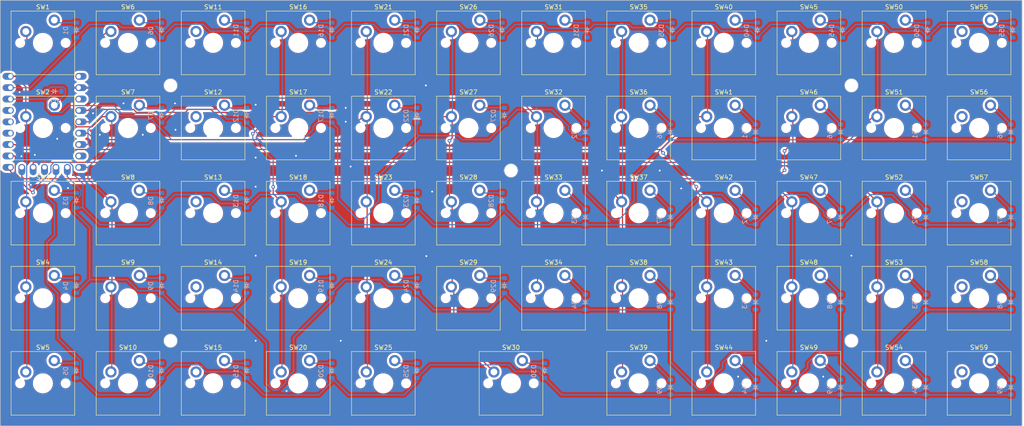
<source format=kicad_pcb>
(kicad_pcb (version 20221018) (generator pcbnew)
  (layers (0 "F.Cu" signal) (31 "B.Cu" signal) (34 "B.Paste" user) (35 "F.Paste" user) (36 "B.SilkS" user "B.Silkscreen") (37 "F.SilkS" user "F.Silkscreen") (38 "B.Mask" user) (39 "F.Mask" user) (44 "Edge.Cuts" user))
  (net 0 "")
  (net 1 "Net-(D1-A)")
  (net 2 "C0")
  (net 3 "Net-(D2-A)")
  (net 4 "Net-(D3-A)")
  (net 5 "Net-(D4-A)")
  (net 6 "Net-(D5-A)")
  (net 7 "Net-(D6-A)")
  (net 8 "C1")
  (net 9 "Net-(D7-A)")
  (net 10 "Net-(D8-A)")
  (net 11 "Net-(D9-A)")
  (net 12 "Net-(D10-A)")
  (net 13 "Net-(D11-A)")
  (net 14 "C2")
  (net 15 "Net-(D12-A)")
  (net 16 "Net-(D13-A)")
  (net 17 "Net-(D14-A)")
  (net 18 "Net-(D15-A)")
  (net 19 "Net-(D16-A)")
  (net 20 "C3")
  (net 21 "Net-(D17-A)")
  (net 22 "Net-(D18-A)")
  (net 23 "Net-(D19-A)")
  (net 24 "Net-(D20-A)")
  (net 25 "Net-(D21-A)")
  (net 26 "C4")
  (net 27 "Net-(D22-A)")
  (net 28 "Net-(D23-A)")
  (net 29 "Net-(D24-A)")
  (net 30 "Net-(D25-A)")
  (net 31 "Net-(D26-A)")
  (net 32 "C5")
  (net 33 "Net-(D27-A)")
  (net 34 "Net-(D28-A)")
  (net 35 "Net-(D29-A)")
  (net 36 "Net-(D30-A)")
  (net 37 "Net-(D31-A)")
  (net 38 "C6")
  (net 39 "Net-(D32-A)")
  (net 40 "Net-(D33-A)")
  (net 41 "Net-(D34-A)")
  (net 42 "Net-(D35-A)")
  (net 43 "C7")
  (net 44 "Net-(D36-A)")
  (net 45 "Net-(D37-A)")
  (net 46 "Net-(D38-A)")
  (net 47 "Net-(D39-A)")
  (net 48 "Net-(D40-A)")
  (net 49 "C8")
  (net 50 "Net-(D41-A)")
  (net 51 "Net-(D42-A)")
  (net 52 "Net-(D43-A)")
  (net 53 "Net-(D44-A)")
  (net 54 "Net-(D45-A)")
  (net 55 "C9")
  (net 56 "Net-(D46-A)")
  (net 57 "Net-(D47-A)")
  (net 58 "Net-(D48-A)")
  (net 59 "Net-(D49-A)")
  (net 60 "Net-(D50-A)")
  (net 61 "C10")
  (net 62 "Net-(D51-A)")
  (net 63 "Net-(D52-A)")
  (net 64 "Net-(D53-A)")
  (net 65 "Net-(D54-A)")
  (net 66 "Net-(D55-A)")
  (net 67 "C11")
  (net 68 "Net-(D56-A)")
  (net 69 "Net-(D57-A)")
  (net 70 "Net-(D58-A)")
  (net 71 "Net-(D59-A)")
  (net 72 "R0")
  (net 73 "R1")
  (net 75 "GND")
  (net 77 "R2")
  (net 79 "R3")
  (net 80 "R4")
  (footprint "ScottoKeebs_Components:Diode_SOD-123-Rear" (layer "F.Cu") (at 161.1 49.25 90)
    (fp_text reference "D27")
    (fp_text value "1N4148")
  )
  (footprint "ScottoKeebs_Components:Diode_SOD-123-Rear" (layer "F.Cu") (at 141.6 30.25 90)
    (fp_text reference "D21")
    (fp_text value "1N4148")
  )
  (footprint "ScottoKeebs_Components:Diode_SOD-123-Rear" (layer "F.Cu") (at 236.18 90.9509 90)
    (fp_text reference "D48")
    (fp_text value "1N4148")
  )
  (footprint "ScottoKeebs_MX:MX_PCB_1.00u" (layer "F.Cu") (at 77.5 71)
    (fp_text reference "SW8")
    (fp_text value "SW_PUSH")
  )
  (footprint "ScottoKeebs_MX:MX_PCB_1.00u" (layer "F.Cu") (at 172.5 71)
    (fp_text reference "SW33")
    (fp_text value "SW_PUSH")
  )
  (footprint "ScottoKeebs_Components:Diode_SOD-123-Rear" (layer "F.Cu") (at 179.18 71.9509 90)
    (fp_text reference "D33")
    (fp_text value "1N4148")
  )
  (footprint "ScottoKeebs_Components:Diode_SOD-123-Rear" (layer "F.Cu") (at 217.18 52.9509 90)
    (fp_text reference "D41")
    (fp_text value "1N4148")
  )
  (footprint "ScottoKeebs_Components:Diode_SOD-123-Rear" (layer "F.Cu") (at 160.6 30.25 90)
    (fp_text reference "D26")
    (fp_text value "1N4148")
  )
  (footprint "ScottoKeebs_MX:MX_PCB_1.00u" (layer "F.Cu") (at 172.5 33)
    (fp_text reference "SW31")
    (fp_text value "SW_PUSH")
  )
  (footprint "ScottoKeebs_Components:Diode_SOD-123-Rear" (layer "F.Cu") (at 103.6 30.25 90)
    (fp_text reference "D11")
    (fp_text value "1N4148")
  )
  (footprint "ScottoKeebs_MX:MX_PCB_1.00u" (layer "F.Cu") (at 172.5 90)
    (fp_text reference "SW34")
    (fp_text value "SW_PUSH")
  )
  (footprint "ScottoKeebs_Components:Diode_SOD-123-Rear" (layer "F.Cu") (at 141.6 49.25 90)
    (fp_text reference "D22")
    (fp_text value "1N4148")
  )
  (footprint "ScottoKeebs_MX:MX_PCB_1.00u" (layer "F.Cu") (at 77.5 52)
    (fp_text reference "SW7")
    (fp_text value "SW_PUSH")
  )
  (footprint "ScottoKeebs_Components:Diode_SOD-123-Rear" (layer "F.Cu") (at 161.1 87.25 90)
    (fp_text reference "D29")
    (fp_text value "1N4148")
  )
  (footprint "ScottoKeebs_MX:MX_PCB_1.00u" (layer "F.Cu") (at 96.5 90)
    (fp_text reference "SW14")
    (fp_text value "SW_PUSH")
  )
  (footprint "ScottoKeebs_Components:Diode_SOD-123-Rear" (layer "F.Cu") (at 65.6 30.25 90)
    (fp_text reference "D1")
    (fp_text value "1N4148")
  )
  (footprint "ScottoKeebs_MX:MX_PCB_1.00u" (layer "F.Cu") (at 58.5 52)
    (fp_text reference "SW2")
    (fp_text value "SW_PUSH")
  )
  (footprint "ScottoKeebs_MX:MX_PCB_1.00u" (layer "F.Cu") (at 153.5 52)
    (fp_text reference "SW27")
    (fp_text value "SW_PUSH")
  )
  (footprint "ScottoKeebs_MX:MX_PCB_1.00u" (layer "F.Cu") (at 96.5 33)
    (fp_text reference "SW11")
    (fp_text value "SW_PUSH")
  )
  (footprint "ScottoKeebs_Components:Diode_SOD-123-Rear" (layer "F.Cu") (at 236.18 71.9509 90)
    (fp_text reference "D47")
    (fp_text value "1N4148")
  )
  (footprint "ScottoKeebs_MX:MX_PCB_1.00u" (layer "F.Cu") (at 134.5 71)
    (fp_text reference "SW23")
    (fp_text value "SW_PUSH")
  )
  (footprint "ScottoKeebs_MX:MX_PCB_1.00u" (layer "F.Cu") (at 248.5 52)
    (fp_text reference "SW51")
    (fp_text value "SW_PUSH")
  )
  (footprint "ScottoKeebs_Components:Diode_SOD-123-Rear" (layer "F.Cu") (at 217.6 30.25 90)
    (fp_text reference "D40")
    (fp_text value "1N4148")
  )
  (footprint "ScottoKeebs_Components:Diode_SOD-123-Rear" (layer "F.Cu") (at 103.6 49.25 90)
    (fp_text reference "D12")
    (fp_text value "1N4148")
  )
  (footprint "ScottoKeebs_MX:MX_PCB_1.00u" (layer "F.Cu") (at 248.5 33)
    (fp_text reference "SW50")
    (fp_text value "SW_PUSH")
  )
  (footprint "ScottoKeebs_MX:MX_PCB_1.00u" (layer "F.Cu") (at 248.5 90)
    (fp_text reference "SW53")
    (fp_text value "SW_PUSH")
  )
  (footprint "ScottoKeebs_MX:MX_PCB_1.00u" (layer "F.Cu") (at 58.5 90)
    (fp_text reference "SW4")
    (fp_text value "SW_PUSH")
  )
  (footprint "ScottoKeebs_MX:MX_PCB_1.00u" (layer "F.Cu") (at 77.5 109)
    (fp_text reference "SW10")
    (fp_text value "SW_PUSH")
  )
  (footprint "ScottoKeebs_MX:MX_PCB_1.00u" (layer "F.Cu") (at 134.5 33)
    (fp_text reference "SW21")
    (fp_text value "SW_PUSH")
  )
  (footprint "ScottoKeebs_Components:Diode_SOD-123-Rear" (layer "F.Cu") (at 141.6 87.25 90)
    (fp_text reference "D24")
    (fp_text value "1N4148")
  )
  (footprint "ScottoKeebs_Components:Diode_SOD-123-Rear" (layer "F.Cu") (at 84.6 106.25 90)
    (fp_text reference "D10")
    (fp_text value "1N4148")
  )
  (footprint "ScottoKeebs_Components:Diode_SOD-123-Rear" (layer "F.Cu") (at 255.6 30.25 90)
    (fp_text reference "D50")
    (fp_text value "1N4148")
  )
  (footprint "ScottoKeebs_MX:MX_PCB_1.00u" (layer "F.Cu") (at 96.5 71)
    (fp_text reference "SW13")
    (fp_text value "SW_PUSH")
  )
  (footprint "ScottoKeebs_Components:Diode_SOD-123-Rear" (layer "F.Cu") (at 255.18 52.9509 90)
    (fp_text reference "D51")
    (fp_text value "1N4148")
  )
  (footprint "ScottoKeebs_MX:MX_PCB_1.00u" (layer "F.Cu") (at 191.5 33)
    (fp_text reference "SW35")
    (fp_text value "SW_PUSH")
  )
  (footprint "ScottoKeebs_Components:Diode_SOD-123-Rear" (layer "F.Cu") (at 122.6 106.25 90)
    (fp_text reference "D20")
    (fp_text value "1N4148")
  )
  (footprint "ScottoKeebs_Components:Diode_SOD-123-Rear" (layer "F.Cu") (at 122.6 49.25 90)
    (fp_text reference "D17")
    (fp_text value "1N4148")
  )
  (footprint "ScottoKeebs_Components:Diode_SOD-123-Rear" (layer "F.Cu") (at 255.18 71.9509 90)
    (fp_text reference "D52")
    (fp_text value "1N4148")
  )
  (footprint "ScottoKeebs_MX:MX_PCB_1.00u" (layer "F.Cu") (at 77.5 33)
    (fp_text reference "SW6")
    (fp_text value "SW_PUSH")
  )
  (footprint "ScottoKeebs_MX:MX_PCB_1.00u" (layer "F.Cu") (at 153.5 90)
    (fp_text reference "SW29")
    (fp_text value "SW_PUSH")
  )
  (footprint "ScottoKeebs_Components:Diode_SOD-123-Rear" (layer "F.Cu") (at 179.18 52.9509 90)
    (fp_text reference "D32")
    (fp_text value "1N4148")
  )
  (footprint "ScottoKeebs_Components:Diode_SOD-123-Rear" (layer "F.Cu") (at 122.6 68.25 90)
    (fp_text reference "D18")
    (fp_text value "1N4148")
  )
  (footprint "ScottoKeebs_Components:Diode_SOD-123-Rear" (layer "F.Cu") (at 274.18 109.9509 90)
    (fp_text reference "D59")
    (fp_text value "1N4148")
  )
  (footprint "ScottoKeebs_Components:Diode_SOD-123-Rear" (layer "F.Cu") (at 84.6 87.25 90)
    (fp_text reference "D9")
    (fp_text value "1N4148")
  )
  (footprint "ScottoKeebs_Components:Diode_SOD-123-Rear" (layer "F.Cu") (at 65.6 68.25 90)
    (fp_text reference "D3")
    (fp_text value "1N4148")
  )
  (footprint "ScottoKeebs_Components:Diode_SOD-123-Rear" (layer "F.Cu") (at 179.18 90.9509 90)
    (fp_text reference "D34")
    (fp_text value "1N4148")
  )
  (footprint "ScottoKeebs_MX:MX_PCB_1.00u" (layer "F.Cu") (at 267.5 33)
    (fp_text reference "SW55")
    (fp_text value "SW_PUSH")
  )
  (footprint "ScottoKeebs_MX:MX_PCB_1.00u" (layer "F.Cu") (at 267.5 52)
    (fp_text reference "SW56")
    (fp_text value "SW_PUSH")
  )
  (footprint "ScottoKeebs_MX:MX_PCB_1.00u" (layer "F.Cu") (at 163 109)
    (fp_text reference "SW30")
    (fp_text value "SW_PUSH")
  )
  (footprint "ScottoKeebs_MX:MX_PCB_1.00u" (layer "F.Cu") (at 134.5 109)
    (fp_text reference "SW25")
    (fp_text value "SW_PUSH")
  )
  (footprint "ScottoKeebs_MX:MX_PCB_1.00u" (layer "F.Cu") (at 229.5 71)
    (fp_text reference "SW47")
    (fp_text value "SW_PUSH")
  )
  (footprint "ScottoKeebs_Components:Diode_SOD-123-Rear" (layer "F.Cu") (at 160.6 68.25 90)
    (fp_text reference "D28")
    (fp_text value "1N4148")
  )
  (footprint "ScottoKeebs_Components:Diode_SOD-123-Rear" (layer "F.Cu") (at 198.18 71.9509 90)
    (fp_text reference "D37")
    (fp_text value "1N4148")
  )
  (footprint "ScottoKeebs_Components:Diode_SOD-123-Rear" (layer "F.Cu") (at 103.6 68.25 90)
    (fp_text reference "D13")
    (fp_text value "1N4148")
  )
  (footprint "ScottoKeebs_Components:Diode_SOD-123-Rear" (layer "F.Cu") (at 217.18 109.9509 90)
    (fp_text reference "D44")
    (fp_text value "1N4148")
  )
  (footprint "ScottoKeebs_Components:Diode_SOD-123-Rear" (layer "F.Cu") (at 84.6 49.25 90)
    (fp_text reference "D7")
    (fp_text value "1N4148")
  )
  (footprint "ScottoKeebs_MX:MX_PCB_1.00u" (layer "F.Cu") (at 229.5 90)
    (fp_text reference "SW48")
    (fp_text value "SW_PUSH")
  )
  (footprint "ScottoKeebs_MX:MX_PCB_1.00u" (layer "F.Cu") (at 134.5 90)
    (fp_text reference "SW24")
    (fp_text value "SW_PUSH")
  )
  (footprint "ScottoKeebs_MX:MX_PCB_1.00u" (layer "F.Cu") (at 229.5 33)
    (fp_text reference "SW45")
    (fp_text value "SW_PUSH")
  )
  (footprint "ScottoKeebs_MX:MX_PCB_1.00u" (layer "F.Cu") (at 210.5 52)
    (fp_text reference "SW41")
    (fp_text value "SW_PUSH")
  )
  (footprint "ScottoKeebs_Components:Diode_SOD-123-Rear" (layer "F.Cu") (at 198.18 52.9509 90)
    (fp_text reference "D36")
    (fp_text value "1N4148")
  )
  (footprint "ScottoKeebs_Components:Diode_SOD-123-Rear" (layer "F.Cu") (at 141.6 68.25 90)
    (fp_text reference "D23")
    (fp_text value "1N4148")
  )
  (footprint "ScottoKeebs_Components:Diode_SOD-123-Rear" (layer "F.Cu") (at 255.18 109.9509 90)
    (fp_text reference "D54")
    (fp_text value "1N4148")
  )
  (footprint "ScottoKeebs_MX:MX_PCB_1.00u" (layer "F.Cu") (at 191.5 109)
    (fp_text reference "SW39")
    (fp_text value "SW_PUSH")
  )
  (footprint "ScottoKeebs_MX:MX_PCB_1.00u" (layer "F.Cu") (at 191.5 71)
    (fp_text reference "SW37")
    (fp_text value "SW_PUSH")
  )
  (footprint "ScottoKeebs_Components:Diode_SOD-123-Rear" (layer "F.Cu") (at 236.6 30.25 90)
    (fp_text reference "D45")
    (fp_text value "1N4148")
  )
  (footprint "ScottoKeebs_MCU:RP2040_Zero_Flipped" (layer "F.Cu") (at 58.87 50.62)
    (fp_text reference "U1" hide)
    (fp_text value "RP2040_Zero" hide)
  )
  (footprint "ScottoKeebs_Components:Diode_SOD-123-Rear" (layer "F.Cu") (at 141.6 106.25 90)
    (fp_text reference "D25")
    (fp_text value "1N4148")
  )
  (footprint "ScottoKeebs_MX:MX_PCB_1.00u" (layer "F.Cu") (at 153.5 71)
    (fp_text reference "SW28")
    (fp_text value "SW_PUSH")
  )
  (footprint "ScottoKeebs_Components:Diode_SOD-123-Rear" (layer "F.Cu") (at 255.18 90.9509 90)
    (fp_text reference "D53")
    (fp_text value "1N4148")
  )
  (footprint "ScottoKeebs_MX:MX_PCB_1.00u" (layer "F.Cu") (at 58.5 33)
    (fp_text reference "SW1")
    (fp_text value "SW_PUSH")
  )
  (footprint "ScottoKeebs_MX:MX_PCB_1.00u" (layer "F.Cu") (at 210.5 90)
    (fp_text reference "SW43")
    (fp_text value "SW_PUSH")
  )
  (footprint "ScottoKeebs_Components:Diode_SOD-123-Rear" (layer "F.Cu") (at 217.18 71.9509 90)
    (fp_text reference "D42")
    (fp_text value "1N4148")
  )
  (footprint "ScottoKeebs_MX:MX_PCB_1.00u" (layer "F.Cu") (at 229.5 109)
    (fp_text reference "SW49")
    (fp_text value "SW_PUSH")
  )
  (footprint "ScottoKeebs_MX:MX_PCB_1.00u" (layer "F.Cu") (at 248.5 71)
    (fp_text reference "SW52")
    (fp_text value "SW_PUSH")
  )
  (footprint "ScottoKeebs_Components:Diode_SOD-123-Rear" (layer "F.Cu") (at 122.6 87.25 90)
    (fp_text reference "D19")
    (fp_text value "1N4148")
  )
  (footprint "ScottoKeebs_MX:MX_PCB_1.00u" (layer "F.Cu") (at 115.5 109)
    (fp_text reference "SW20")
    (fp_text value "SW_PUSH")
  )
  (footprint "ScottoKeebs_MX:MX_PCB_1.00u" (layer "F.Cu") (at 210.5 109)
    (fp_text reference "SW44")
    (fp_text value "SW_PUSH")
  )
  (footprint "ScottoKeebs_MX:MX_PCB_1.00u" (layer "F.Cu") (at 77.5 90)
    (fp_text reference "SW9")
    (fp_text value "SW_PUSH")
  )
  (footprint "ScottoKeebs_Components:Diode_SOD-123-Rear" (layer "F.Cu") (at 198.18 90.9509 90)
    (fp_text reference "D38")
    (fp_text value "1N4148")
  )
  (footprint "ScottoKeebs_Components:Diode_SOD-123-Rear" (layer "F.Cu") (at 103.6 106.25 90)
    (fp_text reference "D15")
    (fp_text value "1N4148")
  )
  (footprint "ScottoKeebs_Components:Diode_SOD-123-Rear" (layer "F.Cu") (at 122.6 30.25 90)
    (fp_text reference "D16")
    (fp_text value "1N4148")
  )
  (footprint "ScottoKeebs_Components:Diode_SOD-123-Rear" (layer "F.Cu") (at 274.18 71.9509 90)
    (fp_text reference "D57")
    (fp_text value "1N4148")
  )
  (footprint "ScottoKeebs_Components:Diode_SOD-123-Rear" (layer "F.Cu") (at 217.18 90.9509 90)
    (fp_text reference "D43")
    (fp_text value "1N4148")
  )
  (footprint "ScottoKeebs_Components:Diode_SOD-123-Rear" (layer "F.Cu") (at 84.6 68.25 90)
    (fp_text reference "D8")
    (fp_text value "1N4148")
  )
  (footprint "ScottoKeebs_MX:MX_PCB_1.00u" (layer "F.Cu") (at 267.5 109)
    (fp_text reference "SW59")
    (fp_text value "SW_PUSH")
  )
  (footprint "ScottoKeebs_Components:Diode_SOD-123-Rear" (layer "F.Cu") (at 274.18 52.9509 90)
    (fp_text reference "D56")
    (fp_text value "1N4148")
  )
  (footprint "ScottoKeebs_MX:MX_PCB_1.00u" (layer "F.Cu") (at 210.5 33)
    (fp_text reference "SW40")
    (fp_text value "SW_PUSH")
  )
  (footprint "ScottoKeebs_MX:MX_PCB_1.00u" (layer "F.Cu") (at 267.5 90)
    (fp_text reference "SW58")
    (fp_text value "SW_PUSH")
  )
  (footprint "ScottoKeebs_MX:MX_PCB_1.00u" (layer "F.Cu") (at 115.5 33)
    (fp_text reference "SW16")
    (fp_text value "SW_PUSH")
  )
  (footprint "ScottoKeebs_MX:MX_PCB_1.00u" (layer "F.Cu") (at 58.5 71)
    (fp_text reference "SW3")
    (fp_text value "SW_PUSH")
  )
  (footprint "ScottoKeebs_Components:Diode_SOD-123-Rear" (layer "F.Cu") (at 65.6 106.25 90)
    (fp_text reference "D5")
    (fp_text value "1N4148")
  )
  (footprint "ScottoKeebs_MX:MX_PCB_1.00u" (layer "F.Cu") (at 210.5 71)
    (fp_text reference "SW42")
    (fp_text value "SW_PUSH")
  )
  (footprint "ScottoKeebs_Components:Diode_SOD-123-Rear" (layer "F.Cu") (at 103.6 87.25 90)
    (fp_text reference "D14")
    (fp_text value "1N4148")
  )
  (footprint "ScottoKeebs_MX:MX_PCB_1.00u" (layer "F.Cu") (at 191.5 90)
    (fp_text reference "SW38")
    (fp_text value "SW_PUSH")
  )
  (footprint "ScottoKeebs_MX:MX_PCB_1.00u" (layer "F.Cu") (at 134.5 52)
    (fp_text reference "SW22")
    (fp_text value "SW_PUSH")
  )
  (footprint "ScottoKeebs_Components:Diode_SOD-123-Rear" (layer "F.Cu") (at 236.18 52.9509 90)
    (fp_text reference "D46")
    (fp_text value "1N4148")
  )
  (footprint "ScottoKeebs_MX:MX_PCB_1.00u" (layer "F.Cu") (at 96.5 52)
    (fp_text reference "SW12")
    (fp_text value "SW_PUSH")
  )
  (footprint "ScottoKeebs_Components:Diode_SOD-123-Rear" (layer "F.Cu") (at 274.6 30.25 90)
    (fp_text reference "D55")
    (fp_text value "1N4148")
  )
  (footprint "ScottoKeebs_Components:Diode_SOD-123-Rear" (layer "F.Cu") (at 84.6 30.25 90)
    (fp_text reference "D6")
    (fp_text value "1N4148")
  )
  (footprint "ScottoKeebs_MX:MX_PCB_1.00u" (layer "F.Cu") (at 115.5 71)
    (fp_text reference "SW18")
    (fp_text value "SW_PUSH")
  )
  (footprint "ScottoKeebs_Components:Diode_SOD-123-Rear" (layer "F.Cu") (at 198.18 109.9509 90)
    (fp_text reference "D39")
    (fp_text value "1N4148")
  )
  (footprint "ScottoKeebs_Components:Diode_SOD-123-Rear" (layer "F.Cu") (at 61.1 44.2 180)
    (fp_text reference "D2")
    (fp_text value "1N4148")
  )
  (footprint "ScottoKeebs_MX:MX_PCB_1.00u" (layer "F.Cu") (at 58.5 109)
    (fp_text reference "SW5")
    (fp_text value "SW_PUSH")
  )
  (footprint "ScottoKeebs_MX:MX_PCB_1.00u" (layer "F.Cu") (at 115.5 52)
    (fp_text reference "SW17")
    (fp_text value "SW_PUSH")
  )
  (footprint "ScottoKeebs_Components:Diode_SOD-123-Rear" (layer "F.Cu") (at 179.6 30.25 90)
    (fp_text reference "D31")
    (fp_text value "1N4148")
  )
  (footprint "ScottoKeebs_Components:Diode_SOD-123-Rear" (layer "F.Cu") (at 170.1 106.25 90)
    (fp_text reference "D30")
    (fp_text value "1N4148")
  )
  (footprint "ScottoKeebs_Components:Diode_SOD-123-Rear" (layer "F.Cu") (at 198.6 30.25 90)
    (fp_text reference "D35")
    (fp_text value "1N4148")
  )
  (footprint "ScottoKeebs_MX:MX_PCB_1.00u" (layer "F.Cu") (at 248.5 109)
    (fp_text reference "SW54")
    (fp_text value "SW_PUSH")
  )
  (footprint "ScottoKeebs_MX:MX_PCB_1.00u" (layer "F.Cu") (at 229.5 52)
    (fp_text reference "SW46")
    (fp_text value "SW_PUSH")
  )
  (footprint "ScottoKeebs_MX:MX_PCB_1.00u" (layer "F.Cu") (at 96.5 109)
    (fp_text reference "SW15")
    (fp_text value "SW_PUSH")
  )
  (footprint "ScottoKeebs_MX:MX_PCB_1.00u" (layer "F.Cu") (at 153.5 33)
    (fp_text reference "SW26")
    (fp_text value "SW_PUSH")
  )
  (footprint "ScottoKeebs_MX:MX_PCB_1.00u" (layer "F.Cu") (at 172.5 52)
    (fp_text reference "SW32")
    (fp_text value "SW_PUSH")
  )
  (footprint "ScottoKeebs_Components:Diode_SOD-123-Rear" (layer "F.Cu") (at 236.18 109.9509 90)
    (fp_text reference "D49")
    (fp_text value "1N4148")
  )
  (footprint "ScottoKeebs_Components:Diode_SOD-123-Rear" (layer "F.Cu") (at 274.18 90.9509 90)
    (fp_text reference "D58")
    (fp_text value "1N4148")
  )
  (footprint "ScottoKeebs_MX:MX_PCB_1.00u" (layer "F.Cu") (at 267.5 71)
    (fp_text reference "SW57")
    (fp_text value "SW_PUSH")
  )
  (footprint "ScottoKeebs_MX:MX_PCB_1.00u" (layer "F.Cu") (at 191.5 52)
    (fp_text reference "SW36")
    (fp_text value "SW_PUSH")
  )
  (footprint "ScottoKeebs_MX:MX_PCB_1.00u" (layer "F.Cu") (at 115.5 90)
    (fp_text reference "SW19")
    (fp_text value "SW_PUSH")
  )
  (footprint "ScottoKeebs_Components:Diode_SOD-123-Rear" (layer "F.Cu") (at 65.6 87.25 90)
    (fp_text reference "D4")
    (fp_text value "1N4148")
  )
  (gr_circle (center 239 42.5) (end 239 44) (stroke (width 0.1)) (fill none) (layer "Edge.Cuts"))
  (gr_circle (center 87 42.5) (end 87 44) (stroke (width 0.1)) (fill none) (layer "Edge.Cuts"))
  (gr_rect (start 49 23.5) (end 277.1 118.5) (stroke (width 0.1)) (fill none) (layer "Edge.Cuts"))
  (gr_circle (center 87 99.5) (end 87 101) (stroke (width 0.1)) (fill none) (layer "Edge.Cuts"))
  (gr_circle (center 239 99.5) (end 239 101) (stroke (width 0.1)) (fill none) (layer "Edge.Cuts"))
  (gr_circle (center 163 61.5) (end 163 63) (stroke (width 0.1)) (fill none) (layer "Edge.Cuts"))
  (segment (start 61.62 28.5) (end 61.04 27.92) (width 0.25) (layer "B.Cu") (net 1))
  (segment (start 66 28.5) (end 61.62 28.5) (width 0.25) (layer "B.Cu") (net 1))
  (segment (start 54.9273 30.6973) (end 54.69 30.46) (width 0.25) (layer "F.Cu") (net 2))
  (segment (start 52.3252 40.46) (end 54.69 42.8248) (width 0.25) (layer "F.Cu") (net 2))
  (segment (start 52.3252 40.46) (end 54.9273 37.8579) (width 0.25) (layer "F.Cu") (net 2))
  (segment (start 54.9273 37.8579) (end 54.9273 30.6973) (width 0.25) (layer "F.Cu") (net 2))
  (segment (start 54.69 42.8248) (end 54.69 49.46) (width 0.25) (layer "F.Cu") (net 2))
  (segment (start 51.25 40.46) (end 52.2135 40.46) (width 0.25) (layer "F.Cu") (net 2))
  (segment (start 52.2135 40.46) (end 52.3252 40.46) (width 0.25) (layer "F.Cu") (net 2))
  (segment (start 54.69 68.46) (end 54.8719 68.6419) (width 0.25) (layer "B.Cu") (net 2))
  (segment (start 54.9132 87.6832) (end 54.9132 106.2368) (width 0.25) (layer "B.Cu") (net 2))
  (segment (start 54.875 68.275) (end 54.69 68.46) (width 0.25) (layer "B.Cu") (net 2))
  (segment (start 54.8719 87.2781) (end 54.69 87.46) (width 0.25) (layer "B.Cu") (net 2))
  (segment (start 54.69 87.46) (end 54.9132 87.6832) (width 0.25) (layer "B.Cu") (net 2))
  (segment (start 54.9132 106.2368) (end 54.69 106.46) (width 0.25) (layer "B.Cu") (net 2))
  (segment (start 54.69 49.46) (end 54.875 49.645) (width 0.25) (layer "B.Cu") (net 2))
  (segment (start 54.8719 68.6419) (end 54.8719 87.2781) (width 0.25) (layer "B.Cu") (net 2))
  (segment (start 54.875 49.645) (end 54.875 68.275) (width 0.25) (layer "B.Cu") (net 2))
  (segment (start 63.0962 42.8635) (end 60.2865 42.8635) (width 0.25) (layer "B.Cu") (net 3))
  (segment (start 63.4937 43.261) (end 63.0962 42.8635) (width 0.25) (layer "B.Cu") (net 3))
  (segment (start 63.4937 44.4663) (end 63.4937 43.261) (width 0.25) (layer "B.Cu") (net 3))
  (segment (start 61.04 46.92) (end 63.4937 44.4663) (width 0.25) (layer "B.Cu") (net 3))
  (segment (start 60.2865 42.8635) (end 59.35 43.8) (width 0.25) (layer "B.Cu") (net 3))
  (segment (start 61.62 66.5) (end 61.04 65.92) (width 0.25) (layer "B.Cu") (net 4))
  (segment (start 66 66.5) (end 61.62 66.5) (width 0.25) (layer "B.Cu") (net 4))
  (segment (start 61.62 85.5) (end 61.04 84.92) (width 0.25) (layer "B.Cu") (net 5))
  (segment (start 66 85.5) (end 61.62 85.5) (width 0.25) (layer "B.Cu") (net 5))
  (segment (start 61.62 104.5) (end 61.04 103.92) (width 0.25) (layer "B.Cu") (net 6))
  (segment (start 66 104.5) (end 61.62 104.5) (width 0.25) (layer "B.Cu") (net 6))
  (segment (start 85 28.5) (end 80.62 28.5) (width 0.25) (layer "B.Cu") (net 7))
  (segment (start 80.62 28.5) (end 80.04 27.92) (width 0.25) (layer "B.Cu") (net 7))
  (segment (start 65.3576 37.9309) (end 72.8285 30.46) (width 0.25) (layer "F.Cu") (net 8))
  (segment (start 71.7568 49.46) (end 69.4896 51.7272) (width 0.25) (layer "F.Cu") (net 8))
  (segment (start 69.4896 51.7272) (end 66.0523 51.7272) (width 0.25) (layer "F.Cu") (net 8))
  (segment (start 73.9273 87.2227) (end 73.69 87.46) (width 0.25) (layer "F.Cu") (net 8))
  (segment (start 73.69 68.46) (end 73.9273 68.6973) (width 0.25) (layer "F.Cu") (net 8))
  (segment (start 73.9273 68.6973) (end 73.9273 87.2227) (width 0.25) (layer "F.Cu") (net 8))
  (segment (start 65.3576 51.0325) (end 65.3576 37.9309) (width 0.25) (layer "F.Cu") (net 8))
  (segment (start 66.0523 51.7272) (end 65.3576 51.0325) (width 0.25) (layer "F.Cu") (net 8))
  (segment (start 72.8285 30.46) (end 73.69 30.46) (width 0.25) (layer "F.Cu") (net 8))
  (segment (start 73.69 49.46) (end 71.7568 49.46) (width 0.25) (layer "F.Cu") (net 8))
  (segment (start 73.69 106.46) (end 73.8719 106.2781) (width 0.25) (layer "B.Cu") (net 8))
  (segment (start 73.8719 87.6419) (end 73.69 87.46) (width 0.25) (layer "B.Cu") (net 8))
  (segment (start 73.8719 106.2781) (end 73.8719 87.6419) (width 0.25) (layer "B.Cu") (net 8))
  (segment (start 66.49 60.78) (end 68.4535 60.78) (width 0.25) (layer "B.Cu") (net 8))
  (segment (start 68.4535 60.78) (end 68.5654 60.78) (width 0.25) (layer "B.Cu") (net 8))
  (segment (start 73.8887 49.6587) (end 73.69 49.46) (width 0.25) (layer "B.Cu") (net 8))
  (segment (start 68.5654 60.78) (end 73.8887 55.4567) (width 0.25) (layer "B.Cu") (net 8))
  (segment (start 73.8887 55.4567) (end 73.8887 49.6587) (width 0.25) (layer "B.Cu") (net 8))
  (segment (start 68.5654 63.3354) (end 73.69 68.46) (width 0.25) (layer "B.Cu") (net 8))
  (segment (start 68.5654 60.78) (end 68.5654 63.3354) (width 0.25) (layer "B.Cu") (net 8))
  (segment (start 80.62 47.5) (end 80.04 46.92) (width 0.25) (layer "B.Cu") (net 9))
  (segment (start 85 47.5) (end 80.62 47.5) (width 0.25) (layer "B.Cu") (net 9))
  (segment (start 80.62 66.5) (end 80.04 65.92) (width 0.25) (layer "B.Cu") (net 10))
  (segment (start 85 66.5) (end 80.62 66.5) (width 0.25) (layer "B.Cu") (net 10))
  (segment (start 85 85.5) (end 80.62 85.5) (width 0.25) (layer "B.Cu") (net 11))
  (segment (start 80.62 85.5) (end 80.04 84.92) (width 0.25) (layer "B.Cu") (net 11))
  (segment (start 80.62 104.5) (end 80.04 103.92) (width 0.25) (layer "B.Cu") (net 12))
  (segment (start 85 104.5) (end 80.62 104.5) (width 0.25) (layer "B.Cu") (net 12))
  (segment (start 99.62 28.5) (end 99.04 27.92) (width 0.25) (layer "B.Cu") (net 13))
  (segment (start 104 28.5) (end 99.62 28.5) (width 0.25) (layer "B.Cu") (net 13))
  (segment (start 99.62 47.5) (end 99.04 46.92) (width 0.25) (layer "B.Cu") (net 15))
  (segment (start 104 47.5) (end 99.62 47.5) (width 0.25) (layer "B.Cu") (net 15))
  (segment (start 99.62 66.5) (end 99.04 65.92) (width 0.25) (layer "B.Cu") (net 16))
  (segment (start 104 66.5) (end 99.62 66.5) (width 0.25) (layer "B.Cu") (net 16))
  (segment (start 104 85.5) (end 99.62 85.5) (width 0.25) (layer "B.Cu") (net 17))
  (segment (start 99.62 85.5) (end 99.04 84.92) (width 0.25) (layer "B.Cu") (net 17))
  (segment (start 104 104.5) (end 99.62 104.5) (width 0.25) (layer "B.Cu") (net 18))
  (segment (start 99.62 104.5) (end 99.04 103.92) (width 0.25) (layer "B.Cu") (net 18))
  (segment (start 123 28.5) (end 118.62 28.5) (width 0.25) (layer "B.Cu") (net 19))
  (segment (start 118.62 28.5) (end 118.04 27.92) (width 0.25) (layer "B.Cu") (net 19))
  (segment (start 111.69 68.46) (end 109.9127 66.6827) (width 0.25) (layer "F.Cu") (net 20))
  (segment (start 105.3575 53.2782) (end 109.1757 49.46) (width 0.25) (layer "F.Cu") (net 20))
  (segment (start 109.9127 66.6827) (end 109.9127 65.1535) (width 0.25) (layer "F.Cu") (net 20))
  (segment (start 109.1757 49.46) (end 111.69 49.46) (width 0.25) (layer "F.Cu") (net 20))
  (via (at 105.3575 53.2782) (size 0.8) (drill 0.4) (layers "F.Cu" "B.Cu") (net 20))
  (via (at 109.9127 65.1535) (size 0.8) (drill 0.4) (layers "F.Cu" "B.Cu") (net 20))
  (segment (start 81.8855 49.246) (end 75.8329 49.246) (width 0.25) (layer "B.Cu") (net 20))
  (segment (start 111.8719 87.6419) (end 111.69 87.46) (width 0.25) (layer "B.Cu") (net 20))
  (segment (start 111.8719 106.2781) (end 111.8719 87.6419) (width 0.25) (layer "B.Cu") (net 20))
  (segment (start 111.9272 30.6972) (end 111.69 30.46) (width 0.25) (layer "B.Cu") (net 20))
  (segment (start 111.69 49.46) (end 111.9272 49.2228) (width 0.25) (layer "B.Cu") (net 20))
  (segment (start 75.8329 49.246) (end 74.4324 47.8455) (width 0.25) (layer "B.Cu") (net 20))
  (segment (start 111.69 68.46) (end 111.8719 68.6419) (width 0.25) (layer "B.Cu") (net 20))
  (segment (start 109.9127 65.1535) (end 109.9127 59.1452) (width 0.25) (layer "B.Cu") (net 20))
  (segment (start 105.3575 54.59) (end 87.2295 54.59) (width 0.25) (layer "B.Cu") (net 20))
  (segment (start 109.9127 59.1452) (end 105.3575 54.59) (width 0.25) (layer "B.Cu") (net 20))
  (segment (start 111.8719 87.2781) (end 111.69 87.46) (width 0.25) (layer "B.Cu") (net 20))
  (segment (start 111.69 106.46) (end 111.8719 106.2781) (width 0.25) (layer "B.Cu") (net 20))
  (segment (start 111.9272 49.2228) (end 111.9272 30.6972) (width 0.25) (layer "B.Cu") (net 20))
  (segment (start 74.4324 47.8455) (end 73.065 47.8455) (width 0.25) (layer "B.Cu") (net 20))
  (segment (start 105.3575 54.59) (end 105.3575 53.2782) (width 0.25) (layer "B.Cu") (net 20))
  (segment (start 111.8719 68.6419) (end 111.8719 87.2781) (width 0.25) (layer "B.Cu") (net 20))
  (segment (start 68.5669 52.3436) (end 68.5669 55.7) (width 0.25) (layer "B.Cu") (net 20))
  (segment (start 66.49 55.7) (end 68.5669 55.7) (width 0.25) (layer "B.Cu") (net 20))
  (segment (start 73.065 47.8455) (end 68.5669 52.3436) (width 0.25) (layer "B.Cu") (net 20))
  (segment (start 87.2295 54.59) (end 81.8855 49.246) (width 0.25) (layer "B.Cu") (net 20))
  (segment (start 123 47.5) (end 118.62 47.5) (width 0.25) (layer "B.Cu") (net 21))
  (segment (start 118.62 47.5) (end 118.04 46.92) (width 0.25) (layer "B.Cu") (net 21))
  (segment (start 123 66.5) (end 118.62 66.5) (width 0.25) (layer "B.Cu") (net 22))
  (segment (start 118.62 66.5) (end 118.04 65.92) (width 0.25) (layer "B.Cu") (net 22))
  (segment (start 118.62 85.5) (end 118.04 84.92) (width 0.25) (layer "B.Cu") (net 23))
  (segment (start 123 85.5) (end 118.62 85.5) (width 0.25) (layer "B.Cu") (net 23))
  (segment (start 123 104.5) (end 118.62 104.5) (width 0.25) (layer "B.Cu") (net 24))
  (segment (start 118.62 104.5) (end 118.04 103.92) (width 0.25) (layer "B.Cu") (net 24))
  (segment (start 142 28.5) (end 137.62 28.5) (width 0.25) (layer "B.Cu") (net 25))
  (segment (start 137.62 28.5) (end 137.04 27.92) (width 0.25) (layer "B.Cu") (net 25))
  (segment (start 66.49 53.16) (end 68.5669 53.16) (width 0.25) (layer "F.Cu") (net 26))
  (segment (start 129.9068 49.46) (end 130.69 49.46) (width 0.25) (layer "F.Cu") (net 26))
  (segment (start 130.8868 87.2632) (end 130.8868 68.6568) (width 0.25) (layer "F.Cu") (net 26))
  (segment (start 130.69 87.46) (end 130.8868 87.2632) (width 0.25) (layer "F.Cu") (net 26))
  (segment (start 68.5669 53.16) (end 69.9959 54.589) (width 0.25) (layer "F.Cu") (net 26))
  (segment (start 69.9959 54.589) (end 124.7778 54.589) (width 0.25) (layer "F.Cu") (net 26))
  (segment (start 124.7778 54.589) (end 129.9068 49.46) (width 0.25) (layer "F.Cu") (net 26))
  (segment (start 130.8868 68.6568) (end 130.69 68.46) (width 0.25) (layer "F.Cu") (net 26))
  (segment (start 130.8967 68.2533) (end 130.69 68.46) (width 0.25) (layer "B.Cu") (net 26))
  (segment (start 130.9272 87.6972) (end 130.69 87.46) (width 0.25) (layer "B.Cu") (net 26))
  (segment (start 130.9247 30.6947) (end 130.69 30.46) (width 0.25) (layer "B.Cu") (net 26))
  (segment (start 130.69 106.46) (end 130.9272 106.2228) (width 0.25) (layer "B.Cu") (net 26))
  (segment (start 130.9272 106.2228) (end 130.9272 87.6972) (width 0.25) (layer "B.Cu") (net 26))
  (segment (start 130.69 49.46) (end 130.9247 49.2253) (width 0.25) (layer "B.Cu") (net 26))
  (segment (start 130.69 49.46) (end 130.8967 49.6667) (width 0.25) (layer "B.Cu") (net 26))
  (segment (start 130.9247 49.2253) (end 130.9247 30.6947) (width 0.25) (layer "B.Cu") (net 26))
  (segment (start 130.8967 49.6667) (end 130.8967 68.2533) (width 0.25) (layer "B.Cu") (net 26))
  (segment (start 142 47.5) (end 137.62 47.5) (width 0.25) (layer "B.Cu") (net 27))
  (segment (start 137.62 47.5) (end 137.04 46.92) (width 0.25) (layer "B.Cu") (net 27))
  (segment (start 142 66.5) (end 137.62 66.5) (width 0.25) (layer "B.Cu") (net 28))
  (segment (start 137.62 66.5) (end 137.04 65.92) (width 0.25) (layer "B.Cu") (net 28))
  (segment (start 137.62 85.5) (end 137.04 84.92) (width 0.25) (layer "B.Cu") (net 29))
  (segment (start 142 85.5) (end 137.62 85.5) (width 0.25) (layer "B.Cu") (net 29))
  (segment (start 137.62 104.5) (end 137.04 103.92) (width 0.25) (layer "B.Cu") (net 30))
  (segment (start 142 104.5) (end 137.62 104.5) (width 0.25) (layer "B.Cu") (net 30))
  (segment (start 161 28.5) (end 156.62 28.5) (width 0.25) (layer "B.Cu") (net 31))
  (segment (start 156.62 28.5) (end 156.04 27.92) (width 0.25) (layer "B.Cu") (net 31))
  (segment (start 134.7228 47.8634) (end 136.3194 49.46) (width 0.25) (layer "F.Cu") (net 32))
  (segment (start 136.3194 49.46) (end 149.69 49.46) (width 0.25) (layer "F.Cu") (net 32))
  (segment (start 78.7537 47.8653) (end 79.3948 48.5064) (width 0.25) (layer "F.Cu") (net 32))
  (segment (start 149.8719 87.2781) (end 149.69 87.46) (width 0.25) (layer "F.Cu") (net 32))
  (segment (start 96.0075 47.8653) (end 96.6596 48.5174) (width 0.25) (layer "F.Cu") (net 32))
  (segment (start 116.4398 47.8634) (end 117.0795 48.5031) (width 0.25) (layer "F.Cu") (net 32))
  (segment (start 109.948 47.8634) (end 116.4398 47.8634) (width 0.25) (layer "F.Cu") (net 32))
  (segment (start 109.294 48.5174) (end 109.948 47.8634) (width 0.25) (layer "F.Cu") (net 32))
  (segment (start 129.5864 47.8634) (end 134.7228 47.8634) (width 0.25) (layer "F.Cu") (net 32))
  (segment (start 117.0795 48.5031) (end 128.9467 48.5031) (width 0.25) (layer "F.Cu") (net 32))
  (segment (start 69.1992 50.62) (end 71.9539 47.8653) (width 0.25) (layer "F.Cu") (net 32))
  (segment (start 149.69 49.46) (end 149.8719 49.6419) (width 0.25) (layer "F.Cu") (net 32))
  (segment (start 159.19 106.46) (end 150.2382 97.5082) (width 0.25) (layer "F.Cu") (net 32))
  (segment (start 149.8719 54.2408) (end 149.2757 54.837) (width 0.25) (layer "F.Cu") (net 32))
  (segment (start 96.6596 48.5174) (end 109.294 48.5174) (width 0.25) (layer "F.Cu") (net 32))
  (segment (start 71.9539 47.8653) (end 78.7537 47.8653) (width 0.25) (layer "F.Cu") (net 32))
  (segment (start 149.8719 68.6419) (end 149.8719 87.2781) (width 0.25) (layer "F.Cu") (net 32))
  (segment (start 66.49 50.62) (end 69.1992 50.62) (width 0.25) (layer "F.Cu") (net 32))
  (segment (start 150.2382 97.5082) (end 150.2382 88.0082) (width 0.25) (layer "F.Cu") (net 32))
  (segment (start 150.2382 88.0082) (end 149.69 87.46) (width 0.25) (layer "F.Cu") (net 32))
  (segment (start 128.9467 48.5031) (end 129.5864 47.8634) (width 0.25) (layer "F.Cu") (net 32))
  (segment (start 90.3128 48.5064) (end 90.9539 47.8653) (width 0.25) (layer "F.Cu") (net 32))
  (segment (start 149.69 68.46) (end 149.8719 68.6419) (width 0.25) (layer "F.Cu") (net 32))
  (segment (start 90.9539 47.8653) (end 96.0075 47.8653) (width 0.25) (layer "F.Cu") (net 32))
  (segment (start 149.8719 49.6419) (end 149.8719 54.2408) (width 0.25) (layer "F.Cu") (net 32))
  (segment (start 79.3948 48.5064) (end 90.3128 48.5064) (width 0.25) (layer "F.Cu") (net 32))
  (via (at 149.2757 54.837) (size 0.8) (drill 0.4) (layers "F.Cu" "B.Cu") (net 32))
  (segment (start 149.9272 49.2228) (end 149.9272 30.6972) (width 0.25) (layer "B.Cu") (net 32))
  (segment (start 149.9272 30.6972) (end 149.69 30.46) (width 0.25) (layer "B.Cu") (net 32))
  (segment (start 149.2757 54.837) (end 149.2757 68.0457) (width 0.25) (layer "B.Cu") (net 32))
  (segment (start 149.2757 68.0457) (end 149.69 68.46) (width 0.25) (layer "B.Cu") (net 32))
  (segment (start 149.69 49.46) (end 149.9272 49.2228) (width 0.25) (layer "B.Cu") (net 32))
  (segment (start 156.62 47.5) (end 156.04 46.92) (width 0.25) (layer "B.Cu") (net 33))
  (segment (start 161.5 47.5) (end 156.62 47.5) (width 0.25) (layer "B.Cu") (net 33))
  (segment (start 156.62 66.5) (end 156.04 65.92) (width 0.25) (layer "B.Cu") (net 34))
  (segment (start 161 66.5) (end 156.62 66.5) (width 0.25) (layer "B.Cu") (net 34))
  (segment (start 156.62 85.5) (end 156.04 84.92) (width 0.25) (layer "B.Cu") (net 35))
  (segment (start 161.5 85.5) (end 156.62 85.5) (width 0.25) (layer "B.Cu") (net 35))
  (segment (start 166.12 104.5) (end 165.54 103.92) (width 0.25) (layer "B.Cu") (net 36))
  (segment (start 170.5 104.5) (end 166.12 104.5) (width 0.25) (layer "B.Cu") (net 36))
  (segment (start 175.62 28.5) (end 175.04 27.92) (width 0.25) (layer "B.Cu") (net 37))
  (segment (start 180 28.5) (end 175.62 28.5) (width 0.25) (layer "B.Cu") (net 37))
  (segment (start 71.3099 45.337) (end 164.567 45.337) (width 0.25) (layer "F.Cu") (net 38))
  (segment (start 168.9273 40.9767) (end 164.567 45.337) (width 0.25) (layer "F.Cu") (net 38))
  (segment (start 164.567 45.337) (end 168.69 49.46) (width 0.25) (layer "F.Cu") (net 38))
  (segment (start 168.69 68.46) (end 168.9273 68.6973) (width 0.25) (layer "F.Cu") (net 38))
  (segment (start 168.69 30.46) (end 168.9273 30.6973) (width 0.25) (layer "F.Cu") (net 38))
  (segment (start 66.49 48.08) (end 68.5669 48.08) (width 0.25) (layer "F.Cu") (net 38))
  (segment (start 168.9273 87.2227) (end 168.69 87.46) (width 0.25) (layer "F.Cu") (net 38))
  (segment (start 168.9273 68.6973) (end 168.9273 87.2227) (width 0.25) (layer "F.Cu") (net 38))
  (segment (start 68.5669 48.08) (end 71.3099 45.337) (width 0.25) (layer "F.Cu") (net 38))
  (segment (start 168.9273 30.6973) (end 168.9273 40.9767) (width 0.25) (layer "F.Cu") (net 38))
  (segment (start 168.8799 49.6499) (end 168.8799 68.2701) (width 0.25) (layer "B.Cu") (net 38))
  (segment (start 168.69 49.46) (end 168.8799 49.6499) (width 0.25) (layer "B.Cu") (net 38))
  (segment (start 168.8799 68.2701) (end 168.69 68.46) (width 0.25) (layer "B.Cu") (net 38))
  (segment (start 179.58 51.2009) (end 175.2991 46.92) (width 0.25) (layer "B.Cu") (net 39))
  (segment (start 175.2991 46.92) (end 175.04 46.92) (width 0.25) (layer "B.Cu") (net 39))
  (segment (start 175.2991 65.92) (end 175.04 65.92) (width 0.25) (layer "B.Cu") (net 40))
  (segment (start 179.58 70.2009) (end 175.2991 65.92) (width 0.25) (layer "B.Cu") (net 40))
  (segment (start 179.58 89.2009) (end 175.2991 84.92) (width 0.25) (layer "B.Cu") (net 41))
  (segment (start 175.2991 84.92) (end 175.04 84.92) (width 0.25) (layer "B.Cu") (net 41))
  (segment (start 194.62 28.5) (end 194.04 27.92) (width 0.25) (layer "B.Cu") (net 42))
  (segment (start 199 28.5) (end 194.62 28.5) (width 0.25) (layer "B.Cu") (net 42))
  (segment (start 51.25 58.24) (end 52.3269 58.24) (width 0.25) (layer "F.Cu") (net 43))
  (segment (start 187.8999 87.6699) (end 187.8999 106.2501) (width 0.25) (layer "F.Cu") (net 43))
  (segment (start 54.1742 63.9031) (end 183.1331 63.9031) (width 0.25) (layer "F.Cu") (net 43))
  (segment (start 52.3269 62.0558) (end 54.1742 63.9031) (width 0.25) (layer "F.Cu") (net 43))
  (segment (start 187.8923 68.6623) (end 187.69 68.46) (width 0.25) (layer "F.Cu") (net 43))
  (segment (start 183.1331 63.9031) (end 187.69 68.46) (width 0.25) (layer "F.Cu") (net 43))
  (segment (start 52.3269 58.24) (end 52.3269 62.0558) (width 0.25) (layer "F.Cu") (net 43))
  (segment (start 187.8923 87.2577) (end 187.8923 68.6623) (width 0.25) (layer "F.Cu") (net 43))
  (segment (start 187.69 87.46) (end 187.8923 87.2577) (width 0.25) (layer "F.Cu") (net 43))
  (segment (start 187.8999 106.2501) (end 187.69 106.46) (width 0.25) (layer "F.Cu") (net 43))
  (segment (start 187.69 87.46) (end 187.8999 87.6699) (width 0.25) (layer "F.Cu") (net 43))
  (segment (start 187.8865 49.2635) (end 187.8865 30.6565) (width 0.25) (layer "B.Cu") (net 43))
  (segment (start 187.8976 68.2524) (end 187.8976 49.6676) (width 0.25) (layer "B.Cu") (net 43))
  (segment (start 187.69 49.46) (end 187.8865 49.2635) (width 0.25) (layer "B.Cu") (net 43))
  (segment (start 187.8976 49.6676) (end 187.69 49.46) (width 0.25) (layer "B.Cu") (net 43))
  (segment (start 187.8865 30.6565) (end 187.69 30.46) (width 0.25) (layer "B.Cu") (net 43))
  (segment (start 187.69 68.46) (end 187.8976 68.2524) (width 0.25) (layer "B.Cu") (net 43))
  (segment (start 194.2991 46.92) (end 194.04 46.92) (width 0.25) (layer "B.Cu") (net 44))
  (segment (start 198.58 51.2009) (end 194.2991 46.92) (width 0.25) (layer "B.Cu") (net 44))
  (segment (start 198.58 70.2009) (end 194.2991 65.92) (width 0.25) (layer "B.Cu") (net 45))
  (segment (start 194.2991 65.92) (end 194.04 65.92) (width 0.25) (layer "B.Cu") (net 45))
  (segment (start 194.2991 84.92) (end 194.04 84.92) (width 0.25) (layer "B.Cu") (net 46))
  (segment (start 198.58 89.2009) (end 194.2991 84.92) (width 0.25) (layer "B.Cu") (net 46))
  (segment (start 198.58 108.2009) (end 194.2991 103.92) (width 0.25) (layer "B.Cu") (net 47))
  (segment (start 194.2991 103.92) (end 194.04 103.92) (width 0.25) (layer "B.Cu") (net 47))
  (segment (start 213.62 28.5) (end 213.04 27.92) (width 0.25) (layer "B.Cu") (net 48))
  (segment (start 218 28.5) (end 213.62 28.5) (width 0.25) (layer "B.Cu") (net 48))
  (segment (start 196.6031 57.208) (end 196.6031 56.7902) (width 0.25) (layer "F.Cu") (net 49))
  (segment (start 52.3269 55.7) (end 53.4171 56.7902) (width 0.25) (layer "F.Cu") (net 49))
  (segment (start 196.6031 56.7902) (end 203.9333 49.46) (width 0.25) (layer "F.Cu") (net 49))
  (segment (start 53.4171 56.7902) (end 196.6031 56.7902) (width 0.25) (layer "F.Cu") (net 49))
  (segment (start 204.3839 66.1539) (end 204.3839 65.0935) (width 0.25) (layer "F.Cu") (net 49))
  (segment (start 51.25 55.7) (end 52.3269 55.7) (width 0.25) (layer "F.Cu") (net 49))
  (segment (start 196.959 57.5639) (end 196.6031 57.208) (width 0.25) (layer "F.Cu") (net 49))
  (segment (start 203.9333 49.46) (end 206.69 49.46) (width 0.25) (layer "F.Cu") (net 49))
  (segment (start 206.69 68.46) (end 204.3839 66.1539) (width 0.25) (layer "F.Cu") (net 49))
  (via (at 196.959 57.5639) (size 0.8) (drill 0.4) (layers "F.Cu" "B.Cu") (net 49))
  (via (at 204.3839 65.0935) (size 0.8) (drill 0.4) (layers "F.Cu" "B.Cu") (net 49))
  (segment (start 196.959 57.6686) (end 196.959 57.5639) (width 0.25) (layer "B.Cu") (net 49))
  (segment (start 206.8769 106.2731) (end 206.69 106.46) (width 0.25) (layer "B.Cu") (net 49))
  (segment (start 206.69 87.46) (end 206.8719 87.2781) (width 0.25) (layer "B.Cu") (net 49))
  (segment (start 206.69 87.46) (end 206.8769 87.6469) (width 0.25) (layer "B.Cu") (net 49))
  (segment (start 206.8719 68.6419) (end 206.69 68.46) (width 0.25) (layer "B.Cu") (net 49))
  (segment (start 206.8719 49.2781) (end 206.69 49.46) (width 0.25) (layer "B.Cu") (net 49))
  (segment (start 206.69 30.46) (end 206.8719 30.6419) (width 0.25) (layer "B.Cu") (net 49))
  (segment (start 206.8719 87.2781) (end 206.8719 68.6419) (width 0.25) (layer "B.Cu") (net 49))
  (segment (start 206.8769 87.6469) (end 206.8769 106.2731) (width 0.25) (layer "B.Cu") (net 49))
  (segment (start 206.8719 30.6419) (end 206.8719 49.2781) (width 0.25) (layer "B.Cu") (net 49))
  (segment (start 204.3839 65.0935) (end 196.959 57.6686) (width 0.25) (layer "B.Cu") (net 49))
  (segment (start 217.58 51.2009) (end 213.2991 46.92) (width 0.25) (layer "B.Cu") (net 50))
  (segment (start 213.2991 46.92) (end 213.04 46.92) (width 0.25) (layer "B.Cu") (net 50))
  (segment (start 217.58 70.2009) (end 213.2991 65.92) (width 0.25) (layer "B.Cu") (net 51))
  (segment (start 213.2991 65.92) (end 213.04 65.92) (width 0.25) (layer "B.Cu") (net 51))
  (segment (start 213.2991 84.92) (end 213.04 84.92) (width 0.25) (layer "B.Cu") (net 52))
  (segment (start 217.58 89.2009) (end 213.2991 84.92) (width 0.25) (layer "B.Cu") (net 52))
  (segment (start 213.2991 103.92) (end 213.04 103.92) (width 0.25) (layer "B.Cu") (net 53))
  (segment (start 217.58 108.2009) (end 213.2991 103.92) (width 0.25) (layer "B.Cu") (net 53))
  (segment (start 237 28.5) (end 232.62 28.5) (width 0.25) (layer "B.Cu") (net 54))
  (segment (start 232.62 28.5) (end 232.04 27.92) (width 0.25) (layer "B.Cu") (net 54))
  (segment (start 225.9272 49.6972) (end 225.9272 55.2543) (width 0.25) (layer "F.Cu") (net 55))
  (segment (start 221.4688 63.3295) (end 54.2626 63.3295) (width 0.25) (layer "F.Cu") (net 55))
  (segment (start 225.69 49.46) (end 225.9272 49.6972) (width 0.25) (layer "F.Cu") (net 55))
  (segment (start 225.8976 49.2524) (end 225.8976 30.6676) (width 0.25) (layer "F.Cu") (net 55))
  (segment (start 225.69 49.46) (end 225.8976 49.2524) (width 0.25) (layer "F.Cu") (net 55))
  (segment (start 54.2626 63.3295) (end 53.79 62.8569) (width 0.25) (layer "F.Cu") (net 55))
  (segment (start 224.0654 61.4299) (end 221.8173 63.678) (width 0.25) (layer "F.Cu") (net 55))
  (segment (start 53.79 60.78) (end 53.79 62.8569) (width 0.25) (layer "F.Cu") (net 55))
  (segment (start 221.8173 63.678) (end 221.8173 64.5873) (width 0.25) (layer "F.Cu") (net 55))
  (segment (start 225.8976 30.6676) (end 225.69 30.46) (width 0.25) (layer "F.Cu") (net 55))
  (segment (start 221.8173 63.678) (end 221.4688 63.3295) (width 0.25) (layer "F.Cu") (net 55))
  (segment (start 225.9272 55.2543) (end 224.0654 57.1161) (width 0.25) (layer "F.Cu") (net 55))
  (segment (start 221.8173 64.5873) (end 225.69 68.46) (width 0.25) (layer "F.Cu") (net 55))
  (via (at 224.0654 61.4299) (size 0.8) (drill 0.4) (layers "F.Cu" "B.Cu") (net 55))
  (via (at 224.0654 57.1161) (size 0.8) (drill 0.4) (layers "F.Cu" "B.Cu") (net 55))
  (segment (start 225.69 87.46) (end 225.8719 87.2781) (width 0.25) (layer "B.Cu") (net 55))
  (segment (start 225.69 87.46) (end 225.9213 87.6913) (width 0.25) (layer "B.Cu") (net 55))
  (segment (start 225.8719 87.2781) (end 225.8719 68.6419) (width 0.25) (layer "B.Cu") (net 55))
  (segment (start 225.8719 68.6419) (end 225.69 68.46) (width 0.25) (layer "B.Cu") (net 55))
  (segment (start 224.0654 57.1161) (end 224.0654 61.4299) (width 0.25) (layer "B.Cu") (net 55))
  (segment (start 225.9213 87.6913) (end 225.9213 106.2287) (width 0.25) (layer "B.Cu") (net 55))
  (segment (start 225.9213 106.2287) (end 225.69 106.46) (width 0.25) (layer "B.Cu") (net 55))
  (segment (start 232.2991 46.92) (end 232.04 46.92) (width 0.25) (layer "B.Cu") (net 56))
  (segment (start 236.58 51.2009) (end 232.2991 46.92) (width 0.25) (layer "B.Cu") (net 56))
  (segment (start 236.58 70.2009) (end 232.2991 65.92) (width 0.25) (layer "B.Cu") (net 57))
  (segment (start 232.2991 65.92) (end 232.04 65.92) (width 0.25) (layer "B.Cu") (net 57))
  (segment (start 236.58 89.2009) (end 232.2991 84.92) (width 0.25) (layer "B.Cu") (net 58))
  (segment (start 232.2991 84.92) (end 232.04 84.92) (width 0.25) (layer "B.Cu") (net 58))
  (segment (start 236.58 108.2009) (end 232.2991 103.92) (width 0.25) (layer "B.Cu") (net 59))
  (segment (start 232.2991 103.92) (end 232.04 103.92) (width 0.25) (layer "B.Cu") (net 59))
  (segment (start 256 28.5) (end 251.62 28.5) (width 0.25) (layer "B.Cu") (net 60))
  (segment (start 251.62 28.5) (end 251.04 27.92) (width 0.25) (layer "B.Cu") (net 60))
  (segment (start 235.8987 59.6687) (end 244.69 68.46) (width 0.25) (layer "F.Cu") (net 61))
  (segment (start 235.8987 59.6687) (end 235.8987 57.3898) (width 0.25) (layer "F.Cu") (net 61))
  (segment (start 235.8987 57.3898) (end 243.8285 49.46) (width 0.25) (layer "F.Cu") (net 61))
  (segment (start 243.8285 49.46) (end 244.69 49.46) (width 0.25) (layer "F.Cu") (net 61))
  (segment (start 56.3644 59.6687) (end 235.8987 59.6687) (width 0.25) (layer "F.Cu") (net 61))
  (segment (start 56.33 60.78) (end 56.33 59.7031) (width 0.25) (layer "F.Cu") (net 61))
  (segment (start 56.33 59.7031) (end 56.3644 59.6687) (width 0.25) (layer "F.Cu") (net 61))
  (segment (start 244.69 87.46) (end 244.8774 87.6474) (width 0.25) (layer "B.Cu") (net 61))
  (segment (start 244.8734 87.2766) (end 244.69 87.46) (width 0.25) (layer "B.Cu") (net 61))
  (segment (start 244.8719 30.6419) (end 244.8719 49.2781) (width 0.25) (layer "B.Cu") (net 61))
  (segment (start 244.8734 68.6434) (end 244.8734 87.2766) (width 0.25) (layer "B.Cu") (net 61))
  (segment (start 244.69 30.46) (end 244.8719 30.6419) (width 0.25) (layer "B.Cu") (net 61))
  (segment (start 244.8774 106.2726) (end 244.69 106.46) (width 0.25) (layer "B.Cu") (net 61))
  (segment (start 244.69 68.46) (end 244.8734 68.6434) (width 0.25) (layer "B.Cu") (net 61))
  (segment (start 244.8719 49.2781) (end 244.69 49.46) (width 0.25) (layer "B.Cu") (net 61))
  (segment (start 244.8774 87.6474) (end 244.8774 106.2726) (width 0.25) (layer "B.Cu") (net 61))
  (segment (start 251.2991 46.92) (end 251.04 46.92) (width 0.25) (layer "B.Cu") (net 62))
  (segment (start 255.58 51.2009) (end 251.2991 46.92) (width 0.25) (layer "B.Cu") (net 62))
  (segment (start 255.58 70.2009) (end 251.2991 65.92) (width 0.25) (layer "B.Cu") (net 63))
  (segment (start 251.2991 65.92) (end 251.04 65.92) (width 0.25) (layer "B.Cu") (net 63))
  (segment (start 251.2991 84.92) (end 251.04 84.92) (width 0.25) (layer "B.Cu") (net 64))
  (segment (start 255.58 89.2009) (end 251.2991 84.92) (width 0.25) (layer "B.Cu") (net 64))
  (segment (start 251.2991 103.92) (end 251.04 103.92) (width 0.25) (layer "B.Cu") (net 65))
  (segment (start 255.58 108.2009) (end 251.2991 103.92) (width 0.25) (layer "B.Cu") (net 65))
  (segment (start 270.62 28.5) (end 270.04 27.92) (width 0.25) (layer "B.Cu") (net 66))
  (segment (start 275 28.5) (end 270.62 28.5) (width 0.25) (layer "B.Cu") (net 66))
  (segment (start 270.2991 46.92) (end 270.04 46.92) (width 0.25) (layer "B.Cu") (net 68))
  (segment (start 274.58 51.2009) (end 270.2991 46.92) (width 0.25) (layer "B.Cu") (net 68))
  (segment (start 270.2991 65.92) (end 270.04 65.92) (width 0.25) (layer "B.Cu") (net 69))
  (segment (start 274.58 70.2009) (end 270.2991 65.92) (width 0.25) (layer "B.Cu") (net 69))
  (segment (start 274.58 89.2009) (end 270.2991 84.92) (width 0.25) (layer "B.Cu") (net 70))
  (segment (start 270.2991 84.92) (end 270.04 84.92) (width 0.25) (layer "B.Cu") (net 70))
  (segment (start 274.58 108.2009) (end 270.2991 103.92) (width 0.25) (layer "B.Cu") (net 71))
  (segment (start 270.2991 103.92) (end 270.04 103.92) (width 0.25) (layer "B.Cu") (net 71))
  (segment (start 209.8308 30.3663) (end 208.318 28.8535) (width 0.25) (layer "B.Cu") (net 72))
  (segment (start 125.9262 28.8738) (end 123 31.8) (width 0.25) (layer "B.Cu") (net 72))
  (segment (start 208.318 28.8535) (end 201.9465 28.8535) (width 0.25) (layer "B.Cu") (net 72))
  (segment (start 152.8308 30.3663) (end 151.3383 28.8738) (width 0.25) (layer "B.Cu") (net 72))
  (segment (start 275 31.8) (end 273.6246 30.4246) (width 0.25) (layer "B.Cu") (net 72))
  (segment (start 189.3383 28.8738) (end 181.5391 28.8738) (width 0.25) (layer "B.Cu") (net 72))
  (segment (start 239.9262 28.8738) (end 237 31.8) (width 0.25) (layer "B.Cu") (net 72))
  (segment (start 216.5663 30.3663) (end 209.8308 30.3663) (width 0.25) (layer "B.Cu") (net 72))
  (segment (start 82.7916 29.5916) (end 76.0561 29.5916) (width 0.25) (layer "B.Cu") (net 72))
  (segment (start 132.3383 28.8738) (end 125.9262 28.8738) (width 0.25) (layer "B.Cu") (net 72))
  (segment (start 85 31.8) (end 82.7916 29.5916) (width 0.25) (layer "B.Cu") (net 72))
  (segment (start 220.9262 28.8738) (end 218 31.8) (width 0.25) (layer "B.Cu") (net 72))
  (segment (start 142 31.8) (end 140.5663 30.3663) (width 0.25) (layer "B.Cu") (net 72))
  (segment (start 270.0046 30.4246) (end 268.4631 28.8831) (width 0.25) (layer "B.Cu") (net 72))
  (segment (start 121.5663 30.3663) (end 114.8308 30.3663) (width 0.25) (layer "B.Cu") (net 72))
  (segment (start 66 32.6659) (end 55.6659 43) (width 0.25) (layer "B.Cu") (net 72))
  (segment (start 163.9262 28.8738) (end 161 31.8) (width 0.25) (layer "B.Cu") (net 72))
  (segment (start 66 31.8) (end 66 32.6659) (width 0.25) (layer "B.Cu") (net 72))
  (segment (start 171.1964 29.7319) (end 170.3383 28.8738) (width 0.25) (layer "B.Cu") (net 72))
  (segment (start 228.8308 30.3663) (end 227.3383 28.8738) (width 0.25) (layer "B.Cu") (net 72))
  (segment (start 170.3383 28.8738) (end 163.9262 28.8738) (width 0.25) (layer "B.Cu") (net 72))
  (segment (start 87.9465 28.8535) (end 85 31.8) (width 0.25) (layer "B.Cu") (net 72))
  (segment (start 180 29.7319) (end 171.1964 29.7319) (width 0.25) (layer "B.Cu") (net 72))
  (segment (start 196.7916 29.5916) (end 190.0561 29.5916) (width 0.25) (layer "B.Cu") (net 72))
  (segment (start 140.5663 30.3663) (end 133.8308 30.3663) (width 0.25) (layer "B.Cu") (net 72))
  (segment (start 254.5663 30.3663) (end 247.8308 30.3663) (width 0.25) (layer "B.Cu") (net 72))
  (segment (start 123 31.8) (end 121.5663 30.3663) (width 0.25) (layer "B.Cu") (net 72))
  (segment (start 144.9262 28.8738) (end 142 31.8) (width 0.25) (layer "B.Cu") (net 72))
  (segment (start 180 29.7319) (end 180 31.8) (width 0.25) (layer "B.Cu") (net 72))
  (segment (start 161 31.8) (end 159.5663 30.3663) (width 0.25) (layer "B.Cu") (net 72))
  (segment (start 201.9465 28.8535) (end 199 31.8) (width 0.25) (layer "B.Cu") (net 72))
  (segment (start 181.5391 28.8738) (end 180.681 29.7319) (width 0.25) (layer "B.Cu") (net 72))
  (segment (start 159.5663 30.3663) (end 152.8308 30.3663) (width 0.25) (layer "B.Cu") (net 72))
  (segment (start 151.3383 28.8738) (end 144.9262 28.8738) (width 0.25) (layer "B.Cu") (net 72))
  (segment (start 76.0561 29.5916) (end 75.3383 28.8738) (width 0.25) (layer "B.Cu") (net 72))
  (segment (start 75.3383 28.8738) (end 68.9262 28.8738) (width 0.25) (layer "B.Cu") (net 72))
  (segment (start 258.9169 28.8831) (end 256 31.8) (width 0.25) (layer "B.Cu") (net 72))
  (segment (start 180.681 29.7319) (end 180 29.7319) (width 0.25) (layer "B.Cu") (net 72))
  (segment (start 94.318 28.8535) (end 87.9465 28.8535) (width 0.25) (layer "B.Cu") (net 72))
  (segment (start 106.9262 28.8738) (end 104 31.8) (width 0.25) (layer "B.Cu") (net 72))
  (segment (start 246.3383 28.8738) (end 239.9262 28.8738) (width 0.25) (layer "B.Cu") (net 72))
  (segment (start 199 31.8) (end 196.7916 29.5916) (width 0.25) (layer "B.Cu") (net 72))
  (segment (start 273.6246 30.4246) (end 270.0046 30.4246) (width 0.25) (layer "B.Cu") (net 72))
  (segment (start 104 31.8) (end 102.5663 30.3663) (width 0.25) (layer "B.Cu") (net 72))
  (segment (start 113.3383 28.8738) (end 106.9262 28.8738) (width 0.25) (layer "B.Cu") (net 72))
  (segment (start 68.9262 28.8738) (end 66 31.8) (width 0.25) (layer "B.Cu") (net 72))
  (segment (start 235.5663 30.3663) (end 228.8308 30.3663) (width 0.25) (layer "B.Cu") (net 72))
  (segment (start 268.4631 28.8831) (end 258.9169 28.8831) (width 0.25) (layer "B.Cu") (net 72))
  (segment (start 247.8308 30.3663) (end 246.3383 28.8738) (width 0.25) (layer "B.Cu") (net 72))
  (segment (start 102.5663 30.3663) (end 95.8308 30.3663) (width 0.25) (layer "B.Cu") (net 72))
  (segment (start 237 31.8) (end 235.5663 30.3663) (width 0.25) (layer "B.Cu") (net 72))
  (segment (start 227.3383 28.8738) (end 220.9262 28.8738) (width 0.25) (layer "B.Cu") (net 72))
  (segment (start 114.8308 30.3663) (end 113.3383 28.8738) (width 0.25) (layer "B.Cu") (net 72))
  (segment (start 190.0561 29.5916) (end 189.3383 28.8738) (width 0.25) (layer "B.Cu") (net 72))
  (segment (start 218 31.8) (end 216.5663 30.3663) (width 0.25) (layer "B.Cu") (net 72))
  (segment (start 256 31.8) (end 254.5663 30.3663) (width 0.25) (layer "B.Cu") (net 72))
  (segment (start 55.6659 43) (end 51.25 43) (width 0.25) (layer "B.Cu") (net 72))
  (segment (start 133.8308 30.3663) (end 132.3383 28.8738) (width 0.25) (layer "B.Cu") (net 72))
  (segment (start 95.8308 30.3663) (end 94.318 28.8535) (width 0.25) (layer "B.Cu") (net 72))
  (segment (start 107.7813 54.5813) (end 116.5983 54.5813) (width 0.25) (layer "B.Cu") (net 73))
  (segment (start 152.0726 54.5948) (end 158.0709 54.5948) (width 0.25) (layer "B.Cu") (net 73))
  (segment (start 74.3521 46.9973) (end 64.2713 46.9973) (width 0.25) (layer "B.Cu") (net 73))
  (segment (start 60.3754 48.5459) (end 59.4242 47.5947) (width 0.25) (layer "B.Cu") (net 73))
  (segment (start 175.8356 52.3164) (end 178.0201 54.5009) (width 0.25) (layer "B.Cu") (net 73))
  (segment (start 82.9348 48.7348) (end 76.0896 48.7348) (width 0.25) (layer "B.Cu") (net 73))
  (segment (start 85 50.8) (end 82.9348 48.7348) (width 0.25) (layer "B.Cu") (net 73))
  (segment (start 59.4242 47.5947) (end 59.4242 45.54) (width 0.25) (layer "B.Cu") (net 73))
  (segment (start 64.2713 46.9973) (end 62.7227 48.5459) (width 0.25) (layer "B.Cu") (net 73))
  (segment (start 130.0647 72.4565) (end 128.8052 72.4565) (width 0.25) (layer "B.Cu") (net 73))
  (segment (start 217.686 54.6069) (end 236.474 54.6069) (width 0.25) (layer "B.Cu") (net 73))
  (segment (start 85 50.8) (end 87.9746 47.8254) (width 0.25) (layer "B.Cu") (net 73))
  (segment (start 255.504 54.5769) (end 255.58 54.5009) (width 0.25) (layer "B.Cu") (net 73))
  (segment (start 198.58 54.641) (end 217.4399 54.641) (width 0.25) (layer "B.Cu") (net 73))
  (segment (start 236.656 54.5769) (end 255.504 54.5769) (width 0.25) (layer "B.Cu") (net 73))
  (segment (start 142 50.8) (end 142 53.293) (width 0.25) (layer "B.Cu") (net 73))
  (segment (start 179.58 66.2266) (end 179.58 54.5009) (width 0.25) (layer "B.Cu") (net 73))
  (segment (start 151.2038 53.726) (end 152.0726 54.5948) (width 0.25) (layer "B.Cu") (net 73))
  (segment (start 217.58 54.5009) (end 217.686 54.6069) (width 0.25) (layer "B.Cu") (net 73))
  (segment (start 133.4691 68.293) (end 131.7267 70.0354) (width 0.25) (layer "B.Cu") (net 73))
  (segment (start 118.8356 52.344) (end 118.8356 51.6631) (width 0.25) (layer "B.Cu") (net 73))
  (segment (start 124.2959 67.9472) (end 124.2959 52.0959) (width 0.25) (layer "B.Cu") (net 73))
  (segment (start 62.7227 48.5459) (end 60.3754 48.5459) (width 0.25) (layer "B.Cu") (net 73))
  (segment (start 59.4242 45.54) (end 52.3269 45.54) (width 0.25) (layer "B.Cu") (net 73))
  (segment (start 161.5 50.8) (end 164.4221 47.8779) (width 0.25) (layer "B.Cu") (net 73))
  (segment (start 188.7267 70.0354) (end 188.7267 70.8021) (width 0.25) (layer "B.Cu") (net 73))
  (segment (start 131.7267 70.7945) (end 130.0647 72.4565) (width 0.25) (layer "B.Cu") (net 73))
  (segment (start 236.58 54.5009) (end 236.656 54.5769) (width 0.25) (layer "B.Cu") (net 73))
  (segment (start 158.0709 54.5948) (end 161.5 51.1657) (width 0.25) (layer "B.Cu") (net 73))
  (segment (start 99.5302 49.9538) (end 103.1538 49.9538) (width 0.25) (layer "B.Cu") (net 73))
  (segment (start 119.9888 50.5099) (end 122.7099 50.5099) (width 0.25) (layer "B.Cu") (net 73))
  (segment (start 104 50.8) (end 107.7813 54.5813) (width 0.25) (layer "B.Cu") (net 73))
  (segment (start 188.7267 70.8021) (end 187.0433 72.4855) (width 0.25) (layer "B.Cu") (net 73))
  (segment (start 142.433 53.726) (end 151.2038 53.726) (width 0.25) (layer "B.Cu") (net 73))
  (segment (start 124.2959 52.0959) (end 123 50.8) (width 0.25) (layer "B.Cu") (net 73))
  (segment (start 51.25 45.54) (end 52.3269 45.54) (width 0.25) (layer "B.Cu") (net 73))
  (segment (start 185.8389 72.4855) (end 179.58 66.2266) (width 0.25) (layer "B.Cu") (net 73))
  (segment (start 133.4691 62.6899) (end 133.4691 68.293) (width 0.25) (layer "B.Cu") (net 73))
  (segment (start 142 53.293) (end 142.433 53.726) (width 0.25) (layer "B.Cu") (net 73))
  (segment (start 255.6826 54.6035) (end 255.58 54.5009) (width 0.25) (layer "B.Cu") (net 73))
  (segment (start 274.58 54.5009) (end 274.4774 54.6035) (width 0.25) (layer "B.Cu") (net 73))
  (segment (start 190.4691 68.293) (end 188.7267 70.0354) (width 0.25) (layer "B.Cu") (net 73))
  (segment (start 198.58 54.5009) (end 198.58 54.641) (width 0.25) (layer "B.Cu") (net 73))
  (segment (start 217.4399 54.641) (end 217.58 54.5009) (width 0.25) (layer "B.Cu") (net 73))
  (segment (start 187.0433 72.4855) (end 185.8389 72.4855) (width 0.25) (layer "B.Cu") (net 73))
  (segment (start 190.4691 62.7519) (end 190.4691 68.293) (width 0.25) (layer "B.Cu") (net 73))
  (segment (start 142.433 53.726) (end 133.4691 62.6899) (width 0.25) (layer "B.Cu") (net 73))
  (segment (start 198.58 54.641) (end 190.4691 62.7519) (width 0.25) (layer "B.Cu") (net 73))
  (segment (start 274.4774 54.6035) (end 255.6826 54.6035) (width 0.25) (layer "B.Cu") (net 73))
  (segment (start 122.7099 50.5099) (end 123 50.8) (width 0.25) (layer "B.Cu") (net 73))
  (segment (start 76.0896 48.7348) (end 74.3521 46.9973) (width 0.25) (layer "B.Cu") (net 73))
  (segment (start 61.1642 43.8) (end 59.4242 45.54) (width 0.25) (layer "B.Cu") (net 73))
  (segment (start 128.8052 72.4565) (end 124.2959 67.9472) (width 0.25) (layer "B.Cu") (net 73))
  (segment (start 87.9746 47.8254) (end 97.4018 47.8254) (width 0.25) (layer "B.Cu") (net 73))
  (segment (start 175.8356 51.6131) (end 175.8356 52.3164) (width 0.25) (layer "B.Cu") (net 73))
  (segment (start 97.4018 47.8254) (end 99.5302 49.9538) (width 0.25) (layer "B.Cu") (net 73))
  (segment (start 161.5 51.1657) (end 161.5 50.8) (width 0.25) (layer "B.Cu") (net 73))
  (segment (start 62.65 43.8) (end 61.1642 43.8) (width 0.25) (layer "B.Cu") (net 73))
  (segment (start 116.5983 54.5813) (end 118.8356 52.344) (width 0.25) (layer "B.Cu") (net 73))
  (segment (start 131.7267 70.0354) (end 131.7267 70.7945) (width 0.25) (layer "B.Cu") (net 73))
  (segment (start 164.4221 47.8779) (end 172.1004 47.8779) (width 0.25) (layer "B.Cu") (net 73))
  (segment (start 118.8356 51.6631) (end 119.9888 50.5099) (width 0.25) (layer "B.Cu") (net 73))
  (segment (start 172.1004 47.8779) (end 175.8356 51.6131) (width 0.25) (layer "B.Cu") (net 73))
  (segment (start 236.474 54.6069) (end 236.58 54.5009) (width 0.25) (layer "B.Cu") (net 73))
  (segment (start 178.0201 54.5009) (end 179.58 54.5009) (width 0.25) (layer "B.Cu") (net 73))
  (segment (start 103.1538 49.9538) (end 104 50.8) (width 0.25) (layer "B.Cu") (net 73))
  (via (at 126.1 50.6) (size 0.8) (drill 0.4) (layers "F.Cu" "B.Cu") (net 75))
  (via (at 112.9 110.7) (size 0.8) (drill 0.4) (layers "F.Cu" "B.Cu") (net 75))
  (via (at 106 46.8) (size 0.8) (drill 0.4) (layers "F.Cu" "B.Cu") (net 75))
  (via (at 88 46.5) (size 0.8) (drill 0.4) (layers "F.Cu" "B.Cu") (net 75))
  (via (at 69.7 48.7) (size 0.8) (drill 0.4) (layers "F.Cu" "B.Cu") (net 75))
  (via (at 88.1 52.4) (size 0.8) (drill 0.4) (layers "F.Cu" "B.Cu") (net 75))
  (via (at 127.2 60.6) (size 0.8) (drill 0.4) (layers "F.Cu" "B.Cu") (net 75))
  (via (at 106 80.5) (size 0.8) (drill 0.4) (layers "F.Cu" "B.Cu") (net 75))
  (via (at 106 58.6) (size 0.8) (drill 0.4) (layers "F.Cu" "B.Cu") (net 75))
  (via (at 201 65.5) (size 0.8) (drill 0.4) (layers "F.Cu" "B.Cu") (net 75))
  (via (at 144.1 80.6) (size 0.8) (drill 0.4) (layers "F.Cu" "B.Cu") (net 75))
  (via (at 56.7 58) (size 0.8) (drill 0.4) (layers "F.Cu" "B.Cu") (net 75))
  (via (at 126.1 47.5) (size 0.8) (drill 0.4) (layers "F.Cu" "B.Cu") (net 75))
  (via (at 239 80.5) (size 0.8) (drill 0.4) (layers "F.Cu" "B.Cu") (net 75))
  (via (at 220 99.5) (size 0.8) (drill 0.4) (layers "F.Cu" "B.Cu") (net 75))
  (via (at 55.8 64.7) (size 0.8) (drill 0.4) (layers "F.Cu" "B.Cu") (net 75))
  (via (at 226.6 110.8) (size 0.8) (drill 0.4) (layers "F.Cu" "B.Cu") (net 75))
  (via (at 125 99.5) (size 0.8) (drill 0.4) (layers "F.Cu" "B.Cu") (net 75))
  (via (at 53.7 58.3) (size 0.8) (drill 0.4) (layers "F.Cu" "B.Cu") (net 75))
  (via (at 64.1 65.4) (size 0.8) (drill 0.4) (layers "F.Cu" "B.Cu") (net 75))
  (via (at 61.7 54.4) (size 0.8) (drill 0.4) (layers "F.Cu" "B.Cu") (net 75))
  (via (at 53.3 44) (size 0.8) (drill 0.4) (layers "F.Cu" "B.Cu") (net 75))
  (via (at 71.2 53.5) (size 0.8) (drill 0.4) (layers "F.Cu" "B.Cu") (net 75))
  (via (at 232.7 107.5) (size 0.8) (drill 0.4) (layers "F.Cu" "B.Cu") (net 75))
  (via (at 213.7 107.5) (size 0.8) (drill 0.4) (layers "F.Cu" "B.Cu") (net 75))
  (via (at 106 65.1) (size 0.8) (drill 0.4) (layers "F.Cu" "B.Cu") (net 75))
  (via (at 106 99.5) (size 0.8) (drill 0.4) (layers "F.Cu" "B.Cu") (net 75))
  (via (at 80.8 53.5) (size 0.8) (drill 0.4) (layers "F.Cu" "B.Cu") (net 75))
  (via (at 76.5 46.5) (size 0.8) (drill 0.4) (layers "F.Cu" "B.Cu") (net 75))
  (via (at 145.4 66.2) (size 0.8) (drill 0.4) (layers "F.Cu" "B.Cu") (net 75))
  (via (at 144 42.5) (size 0.8) (drill 0.4) (layers "F.Cu" "B.Cu") (net 75))
  (via (at 245.7 110.6) (size 0.8) (drill 0.4) (layers "F.Cu" "B.Cu") (net 75))
  (via (at 183.3 61.5) (size 0.8) (drill 0.4) (layers "F.Cu" "B.Cu") (net 75))
  (via (at 115 58.2) (size 0.8) (drill 0.4) (layers "F.Cu" "B.Cu") (net 75))
  (via (at 196.2 61.5) (size 0.8) (drill 0.4) (layers "F.Cu" "B.Cu") (net 75))
  (segment (start 51.25 61.6655) (end 51.25 60.78) (width 0.25) (layer "F.Cu") (net 77))
  (segment (start 56.3 66.4) (end 55.115 65.5305) (width 0.25) (layer "F.Cu") (net 77))
  (segment (start 55.115 65.5305) (end 51.25 61.6655) (width 0.25) (layer "F.Cu") (net 77))
  (via (at 56.3 66.4) (size 0.8) (drill 0.4) (layers "F.Cu" "B.Cu") (net 77))
  (segment (start 217.58 73.5009) (end 224.2008 66.8801) (width 0.25) (layer "B.Cu") (net 77))
  (segment (start 213.3167 70.8175) (end 216.0001 73.5009) (width 0.25) (layer "B.Cu") (net 77))
  (segment (start 224.2008 66.8801) (end 229.0318 66.8801) (width 0.25) (layer "B.Cu") (net 77))
  (segment (start 121.5663 68.3663) (end 123 69.8) (width 0.25) (layer "B.Cu") (net 77))
  (segment (start 179.6873 73.6082) (end 198.4727 73.6082) (width 0.25) (layer "B.Cu") (net 77))
  (segment (start 161.4366 70.2365) (end 158.0907 73.5824) (width 0.25) (layer "B.Cu") (net 77))
  (segment (start 161 69.8) (end 161.4366 70.2365) (width 0.25) (layer "B.Cu") (net 77))
  (segment (start 274.58 73.5009) (end 274.4484 73.6325) (width 0.25) (layer "B.Cu") (net 77))
  (segment (start 96.0125 66.8682) (end 97.9935 68.8492) (width 0.25) (layer "B.Cu") (net 77))
  (segment (start 254.012 73.5009) (end 255.58 73.5009) (width 0.25) (layer "B.Cu") (net 77))
  (segment (start 65.22 62.2102) (end 67.4134 64.4036) (width 0.25) (layer "B.Cu") (net 77))
  (segment (start 87.9318 66.8682) (end 96.0125 66.8682) (width 0.25) (layer "B.Cu") (net 77))
  (segment (start 251.8356 71.3245) (end 254.012 73.5009) (width 0.25) (layer "B.Cu") (net 77))
  (segment (start 234.9902 73.5009) (end 236.58 73.5009) (width 0.25) (layer "B.Cu") (net 77))
  (segment (start 179.4949 73.586) (end 179.58 73.5009) (width 0.25) (layer "B.Cu") (net 77))
  (segment (start 60.2993 60.3608) (end 60.957 59.7031) (width 0.25) (layer "B.Cu") (net 77))
  (segment (start 251.8356 70.6131) (end 251.8356 71.3245) (width 0.25) (layer "B.Cu") (net 77))
  (segment (start 56.6466 65.5305) (end 60.2993 61.8778) (width 0.25) (layer "B.Cu") (net 77))
  (segment (start 67.4134 69.8) (end 66 69.8) (width 0.25) (layer "B.Cu") (net 77))
  (segment (start 142.4364 70.2363) (end 142 69.8) (width 0.25) (layer "B.Cu") (net 77))
  (segment (start 85 69.8) (end 85 70.6703) (width 0.25) (layer "B.Cu") (net 77))
  (segment (start 198.58 73.5009) (end 198.8173 73.5009) (width 0.25) (layer "B.Cu") (net 77))
  (segment (start 142.4364 70.2363) (end 139.0767 73.596) (width 0.25) (layer "B.Cu") (net 77))
  (segment (start 248.1004 66.8779) (end 251.8356 70.6131) (width 0.25) (layer "B.Cu") (net 77))
  (segment (start 213.3167 70.1673) (end 213.3167 70.8175) (width 0.25) (layer "B.Cu") (net 77))
  (segment (start 71.213 73.5996) (end 67.4134 69.8) (width 0.25) (layer "B.Cu") (net 77))
  (segment (start 205.4625 66.8557) (end 210.0051 66.8557) (width 0.25) (layer "B.Cu") (net 77))
  (segment (start 198.4727 73.6082) (end 198.58 73.5009) (width 0.25) (layer "B.Cu") (net 77))
  (segment (start 232.8356 70.6839) (end 232.8356 71.3463) (width 0.25) (layer "B.Cu") (net 77))
  (segment (start 161.4366 70.2365) (end 164.786 73.586) (width 0.25) (layer "B.Cu") (net 77))
  (segment (start 232.8356 71.3463) (end 234.9902 73.5009) (width 0.25) (layer "B.Cu") (net 77))
  (segment (start 243.203 66.8779) (end 248.1004 66.8779) (width 0.25) (layer "B.Cu") (net 77))
  (segment (start 236.58 73.5009) (end 243.203 66.8779) (width 0.25) (layer "B.Cu") (net 77))
  (segment (start 158.0907 73.5824) (end 145.7824 73.5824) (width 0.25) (layer "B.Cu") (net 77))
  (segment (start 82.0707 73.5996) (end 71.213 73.5996) (width 0.25) (layer "B.Cu") (net 77))
  (segment (start 179.58 73.5009) (end 179.6873 73.6082) (width 0.25) (layer "B.Cu") (net 77))
  (segment (start 210.0051 66.8557) (end 213.3167 70.1673) (width 0.25) (layer "B.Cu") (net 77))
  (segment (start 97.9935 68.8492) (end 103.0492 68.8492) (width 0.25) (layer "B.Cu") (net 77))
  (segment (start 216.0001 73.5009) (end 217.58 73.5009) (width 0.25) (layer "B.Cu") (net 77))
  (segment (start 60.2993 61.8778) (end 60.2993 60.3608) (width 0.25) (layer "B.Cu") (net 77))
  (segment (start 56.3 66.4) (end 56.6466 65.5305) (width 0.25) (layer "B.Cu") (net 77))
  (segment (start 67.4134 64.4036) (end 67.4134 69.8) (width 0.25) (layer "B.Cu") (net 77))
  (segment (start 255.7116 73.6325) (end 255.58 73.5009) (width 0.25) (layer "B.Cu") (net 77))
  (segment (start 106.9447 66.8553) (end 114.9975 66.8553) (width 0.25) (layer "B.Cu") (net 77))
  (segment (start 104 69.8) (end 106.9447 66.8553) (width 0.25) (layer "B.Cu") (net 77))
  (segment (start 60.957 59.7031) (end 64.4355 59.7031) (width 0.25) (layer "B.Cu") (net 77))
  (segment (start 145.7824 73.5824) (end 142.4364 70.2363) (width 0.25) (layer "B.Cu") (net 77))
  (segment (start 139.0767 73.596) (end 126.796 73.596) (width 0.25) (layer "B.Cu") (net 77))
  (segment (start 116.5085 68.3663) (end 121.5663 68.3663) (width 0.25) (layer "B.Cu") (net 77))
  (segment (start 274.4484 73.6325) (end 255.7116 73.6325) (width 0.25) (layer "B.Cu") (net 77))
  (segment (start 85 70.6703) (end 82.0707 73.5996) (width 0.25) (layer "B.Cu") (net 77))
  (segment (start 114.9975 66.8553) (end 116.5085 68.3663) (width 0.25) (layer "B.Cu") (net 77))
  (segment (start 126.796 73.596) (end 123 69.8) (width 0.25) (layer "B.Cu") (net 77))
  (segment (start 164.786 73.586) (end 179.4949 73.586) (width 0.25) (layer "B.Cu") (net 77))
  (segment (start 198.8173 73.5009) (end 205.4625 66.8557) (width 0.25) (layer "B.Cu") (net 77))
  (segment (start 64.4355 59.7031) (end 65.22 60.4876) (width 0.25) (layer "B.Cu") (net 77))
  (segment (start 85 69.8) (end 87.9318 66.8682) (width 0.25) (layer "B.Cu") (net 77))
  (segment (start 103.0492 68.8492) (end 104 69.8) (width 0.25) (layer "B.Cu") (net 77))
  (segment (start 229.0318 66.8801) (end 232.8356 70.6839) (width 0.25) (layer "B.Cu") (net 77))
  (segment (start 65.22 60.4876) (end 65.22 62.2102) (width 0.25) (layer "B.Cu") (net 77))
  (segment (start 112.7267 108.0354) (end 112.7267 108.7901) (width 0.25) (layer "B.Cu") (net 79))
  (segment (start 210.2247 104.4386) (end 210.2247 105.5374) (width 0.25) (layer "B.Cu") (net 79))
  (segment (start 255.58 92.6006) (end 247.4691 100.7115) (width 0.25) (layer "B.Cu") (net 79))
  (segment (start 179.504 92.5769) (end 179.58 92.5009) (width 0.25) (layer "B.Cu") (net 79))
  (segment (start 244.0378 110.4599) (end 242.7461 110.4599) (width 0.25) (layer "B.Cu") (net 79))
  (segment (start 140.5663 87.3663) (end 135.5085 87.3663) (width 0.25) (layer "B.Cu") (net 79))
  (segment (start 210.2247 105.5374) (end 207.7267 108.0354) (width 0.25) (layer "B.Cu") (net 79))
  (segment (start 255.58 92.5009) (end 255.58 92.6006) (width 0.25) (layer "B.Cu") (net 79))
  (segment (start 79.7616 88.3359) (end 84.5359 88.3359) (width 0.25) (layer "B.Cu") (net 79))
  (segment (start 198.58 104.2137) (end 198.58 92.5892) (width 0.25) (layer "B.Cu") (net 79))
  (segment (start 123 90.2688) (end 114.4691 98.7997) (width 0.25) (layer "B.Cu") (net 79))
  (segment (start 179.6683 92.5892) (end 179.58 92.5009) (width 0.25) (layer "B.Cu") (net 79))
  (segment (start 88.8095 92.6095) (end 85 88.8) (width 0.25) (layer "B.Cu") (net 79))
  (segment (start 158.0577 92.5858) (end 145.7858 92.5858) (width 0.25) (layer "B.Cu") (net 79))
  (segment (start 226.7267 108.771) (end 225.0278 110.4699) (width 0.25) (layer "B.Cu") (net 79))
  (segment (start 109.8361 110.5064) (end 108.4008 109.0711) (width 0.25) (layer "B.Cu") (net 79))
  (segment (start 204.8362 110.4699) (end 198.58 104.2137) (width 0.25) (layer "B.Cu") (net 79))
  (segment (start 66.9429 66.9548) (end 65.031 68.8667) (width 0.25) (layer "B.Cu") (net 79))
  (segment (start 101.0601 92.6095) (end 88.8095 92.6095) (width 0.25) (layer "B.Cu") (net 79))
  (segment (start 236.58 104.2938) (end 236.58 102.3411) (width 0.25) (layer "B.Cu") (net 79))
  (segment (start 134.0046 85.8624) (end 125.9376 85.8624) (width 0.25) (layer "B.Cu") (net 79))
  (segment (start 104 88.8) (end 104 89.6696) (width 0.25) (layer "B.Cu") (net 79))
  (segment (start 255.58 92.6006) (end 274.4803 92.6006) (width 0.25) (layer "B.Cu") (net 79))
  (segment (start 84.5359 88.3359) (end 85 88.8) (width 0.25) (layer "B.Cu") (net 79))
  (segment (start 68.9334 74.2214) (end 68.9334 85.8666) (width 0.25) (layer "B.Cu") (net 79))
  (segment (start 231.3222 102.3411) (end 229.2247 104.4386) (width 0.25) (layer "B.Cu") (net 79))
  (segment (start 236.58 102.3411) (end 236.58 92.5009) (width 0.25) (layer "B.Cu") (net 79))
  (segment (start 68.9334 85.8666) (end 66 88.8) (width 0.25) (layer "B.Cu") (net 79))
  (segment (start 217.58 104.2137) (end 217.58 102.3411) (width 0.25) (layer "B.Cu") (net 79))
  (segment (start 245.7267 108.0354) (end 245.7267 108.771) (width 0.25) (layer "B.Cu") (net 79))
  (segment (start 114.4691 106.293) (end 112.7267 108.0354) (width 0.25) (layer "B.Cu") (net 79))
  (segment (start 161.6718 88.9717) (end 158.0577 92.5858) (width 0.25) (layer "B.Cu") (net 79))
  (segment (start 223.8362 110.4699) (end 217.58 104.2137) (width 0.25) (layer "B.Cu") (net 79))
  (segment (start 135.5085 87.3663) (end 134.0046 85.8624) (width 0.25) (layer "B.Cu") (net 79))
  (segment (start 125.9376 85.8624) (end 123 88.8) (width 0.25) (layer "B.Cu") (net 79))
  (segment (start 104 89.6696) (end 101.0601 92.6095) (width 0.25) (layer "B.Cu") (net 79))
  (segment (start 226.7267 108.0354) (end 226.7267 108.771) (width 0.25) (layer "B.Cu") (net 79))
  (segment (start 212.3222 102.3411) (end 210.2247 104.4386) (width 0.25) (layer "B.Cu") (net 79))
  (segment (start 245.7267 108.771) (end 244.0378 110.4599) (width 0.25) (layer "B.Cu") (net 79))
  (segment (start 161.5 88.8) (end 161.6718 88.9717) (width 0.25) (layer "B.Cu") (net 79))
  (segment (start 111.0104 110.5064) (end 109.8361 110.5064) (width 0.25) (layer "B.Cu") (net 79))
  (segment (start 242.7461 110.4599) (end 236.58 104.2938) (width 0.25) (layer "B.Cu") (net 79))
  (segment (start 112.7267 108.7901) (end 111.0104 110.5064) (width 0.25) (layer "B.Cu") (net 79))
  (segment (start 65.031 68.8667) (end 65.031 70.319) (width 0.25) (layer "B.Cu") (net 79))
  (segment (start 247.4691 106.293) (end 245.7267 108.0354) (width 0.25) (layer "B.Cu") (net 79))
  (segment (start 142 88.8) (end 140.5663 87.3663) (width 0.25) (layer "B.Cu") (net 79))
  (segment (start 66.9429 65.8498) (end 66.9429 66.9548) (width 0.25) (layer "B.Cu") (net 79))
  (segment (start 65.031 70.319) (end 68.9334 74.2214) (width 0.25) (layer "B.Cu") (net 79))
  (segment (start 198.58 92.5892) (end 179.6683 92.5892) (width 0.25) (layer "B.Cu") (net 79))
  (segment (start 217.58 102.3411) (end 212.3222 102.3411) (width 0.25) (layer "B.Cu") (net 79))
  (segment (start 229.2247 104.4386) (end 229.2247 105.5374) (width 0.25) (layer "B.Cu") (net 79))
  (segment (start 207.7267 108.771) (end 206.0278 110.4699) (width 0.25) (layer "B.Cu") (net 79))
  (segment (start 274.4803 92.6006) (end 274.58 92.5009) (width 0.25) (layer "B.Cu") (net 79))
  (segment (start 108.4008 99.9502) (end 101.0601 92.6095) (width 0.25) (layer "B.Cu") (net 79))
  (segment (start 198.58 92.5892) (end 198.58 92.5009) (width 0.25) (layer "B.Cu") (net 79))
  (segment (start 207.7267 108.0354) (end 207.7267 108.771) (width 0.25) (layer "B.Cu") (net 79))
  (segment (start 77.2923 85.8666) (end 79.7616 88.3359) (width 0.25) (layer "B.Cu") (net 79))
  (segment (start 165.2769 92.5769) (end 179.504 92.5769) (width 0.25) (layer "B.Cu") (net 79))
  (segment (start 236.58 102.3411) (end 231.3222 102.3411) (width 0.25) (layer "B.Cu") (net 79))
  (segment (start 63.95 62.8569) (end 66.9429 65.8498) (width 0.25) (layer "B.Cu") (net 79))
  (segment (start 68.9334 85.8666) (end 77.2923 85.8666) (width 0.25) (layer "B.Cu") (net 79))
  (segment (start 217.58 102.3411) (end 217.58 92.5009) (width 0.25) (layer "B.Cu") (net 79))
  (segment (start 161.6718 88.9717) (end 165.2769 92.5769) (width 0.25) (layer "B.Cu") (net 79))
  (segment (start 229.2247 105.5374) (end 226.7267 108.0354) (width 0.25) (layer "B.Cu") (net 79))
  (segment (start 247.4691 100.7115) (end 247.4691 106.293) (width 0.25) (layer "B.Cu") (net 79))
  (segment (start 145.7858 92.5858) (end 142 88.8) (width 0.25) (layer "B.Cu") (net 79))
  (segment (start 108.4008 109.0711) (end 108.4008 99.9502) (width 0.25) (layer "B.Cu") (net 79))
  (segment (start 123 88.8) (end 123 90.2688) (width 0.25) (layer "B.Cu") (net 79))
  (segment (start 63.95 60.78) (end 63.95 62.8569) (width 0.25) (layer "B.Cu") (net 79))
  (segment (start 114.4691 98.7997) (end 114.4691 106.293) (width 0.25) (layer "B.Cu") (net 79))
  (segment (start 225.0278 110.4699) (end 223.8362 110.4699) (width 0.25) (layer "B.Cu") (net 79))
  (segment (start 206.0278 110.4699) (end 204.8362 110.4699) (width 0.25) (layer "B.Cu") (net 79))
  (segment (start 123.4367 108.2367) (end 123 107.8) (width 0.25) (layer "B.Cu") (net 80))
  (segment (start 255.58 111.5009) (end 255.504 111.5769) (width 0.25) (layer "B.Cu") (net 80))
  (segment (start 217.58 111.5009) (end 217.504 111.5769) (width 0.25) (layer "B.Cu") (net 80))
  (segment (start 123.4367 108.2367) (end 120.0731 111.6003) (width 0.25) (layer "B.Cu") (net 80))
  (segment (start 120.0731 111.6003) (end 107.8003 111.6003) (width 0.25) (layer "B.Cu") (net 80))
  (segment (start 59.4243 86.5256) (end 59.4243 77.5652) (width 0.25) (layer "B.Cu") (net 80))
  (segment (start 142 108.7001) (end 139.1119 111.5882) (width 0.25) (layer "B.Cu") (net 80))
  (segment (start 169.0663 106.3663) (end 164.0085 106.3663) (width 0.25) (layer "B.Cu") (net 80))
  (segment (start 102.6129 106.4129) (end 94.873 106.4129) (width 0.25) (layer "B.Cu") (net 80))
  (segment (start 61.0867 69.0985) (end 59.4565 67.4683) (width 0.25) (layer "B.Cu") (net 80))
  (segment (start 66 107.8) (end 66.9414 107.8) (width 0.25) (layer "B.Cu") (net 80))
  (segment (start 104 107.8) (end 102.6129 106.4129) (width 0.25) (layer "B.Cu") (net 80))
  (segment (start 59.4565 67.4683) (end 59.4565 64.8104) (width 0.25) (layer "B.Cu") (net 80))
  (segment (start 255.504 111.5769) (end 236.656 111.5769) (width 0.25) (layer "B.Cu") (net 80))
  (segment (start 217.504 111.5769) (end 198.656 111.5769) (width 0.25) (layer "B.Cu") (net 80))
  (segment (start 85 108.6832) (end 85 107.8) (width 0.25) (layer "B.Cu") (net 80))
  (segment (start 236.656 111.5769) (end 236.58 111.5009) (width 0.25) (layer "B.Cu") (net 80))
  (segment (start 170.5 107.8) (end 169.0663 106.3663) (width 0.25) (layer "B.Cu") (net 80))
  (segment (start 144.9238 104.8762) (end 142 107.8) (width 0.25) (layer "B.Cu") (net 80))
  (segment (start 66.9414 107.8) (end 70.7183 111.5769) (width 0.25) (layer "B.Cu") (net 80))
  (segment (start 255.6686 111.5895) (end 274.4914 111.5895) (width 0.25) (layer "B.Cu") (net 80))
  (segment (start 174.2769 111.5769) (end 198.504 111.5769) (width 0.25) (layer "B.Cu") (net 80))
  (segment (start 61.8356 88.9369) (end 59.4243 86.5256) (width 0.25) (layer "B.Cu") (net 80))
  (segment (start 198.656 111.5769) (end 198.58 111.5009) (width 0.25) (layer "B.Cu") (net 80))
  (segment (start 94.873 106.4129) (end 93.3432 104.8831) (width 0.25) (layer "B.Cu") (net 80))
  (segment (start 70.7183 111.5769) (end 82.1063 111.5769) (width 0.25) (layer "B.Cu") (net 80))
  (segment (start 93.3432 104.8831) (end 87.9169 104.8831) (width 0.25) (layer "B.Cu") (net 80))
  (segment (start 217.656 111.5769) (end 217.58 111.5009) (width 0.25) (layer "B.Cu") (net 80))
  (segment (start 142 107.8) (end 142 108.7001) (width 0.25) (layer "B.Cu") (net 80))
  (segment (start 66.9414 107.8) (end 66.9414 104.031) (width 0.25) (layer "B.Cu") (net 80))
  (segment (start 139.1119 111.5882) (end 126.7882 111.5882) (width 0.25) (layer "B.Cu") (net 80))
  (segment (start 82.1063 111.5769) (end 85 108.6832) (width 0.25) (layer "B.Cu") (net 80))
  (segment (start 66.9414 104.031) (end 61.8356 98.9252) (width 0.25) (layer "B.Cu") (net 80))
  (segment (start 61.0867 75.9028) (end 61.0867 69.0985) (width 0.25) (layer "B.Cu") (net 80))
  (segment (start 255.58 111.5009) (end 255.6686 111.5895) (width 0.25) (layer "B.Cu") (net 80))
  (segment (start 274.4914 111.5895) (end 274.58 111.5009) (width 0.25) (layer "B.Cu") (net 80))
  (segment (start 198.504 111.5769) (end 198.58 111.5009) (width 0.25) (layer "B.Cu") (net 80))
  (segment (start 61.8356 98.9252) (end 61.8356 88.9369) (width 0.25) (layer "B.Cu") (net 80))
  (segment (start 126.7882 111.5882) (end 123.4367 108.2367) (width 0.25) (layer "B.Cu") (net 80))
  (segment (start 236.504 111.5769) (end 217.656 111.5769) (width 0.25) (layer "B.Cu") (net 80))
  (segment (start 61.41 60.78) (end 61.41 62.8569) (width 0.25) (layer "B.Cu") (net 80))
  (segment (start 236.58 111.5009) (end 236.504 111.5769) (width 0.25) (layer "B.Cu") (net 80))
  (segment (start 107.8003 111.6003) (end 104 107.8) (width 0.25) (layer "B.Cu") (net 80))
  (segment (start 87.9169 104.8831) (end 85 107.8) (width 0.25) (layer "B.Cu") (net 80))
  (segment (start 162.5184 104.8762) (end 144.9238 104.8762) (width 0.25) (layer "B.Cu") (net 80))
  (segment (start 170.5 107.8) (end 174.2769 111.5769) (width 0.25) (layer "B.Cu") (net 80))
  (segment (start 164.0085 106.3663) (end 162.5184 104.8762) (width 0.25) (layer "B.Cu") (net 80))
  (segment (start 59.4565 64.8104) (end 61.41 62.8569) (width 0.25) (layer "B.Cu") (net 80))
  (segment (start 59.4243 77.5652) (end 61.0867 75.9028) (width 0.25) (layer "B.Cu") (net 80))
  (zone (net 75) (net_name "GND") (layers "F&B.Cu") (connect_pads (clearance 0.508)) (min_thickness 0.25) (fill yes (thermal_gap 0.5) (thermal_bridge_width 0.5))
    (polygon (pts (xy 277.1 23.5) (xy 49 23.5) (xy 49 118.5) (xy 277.1 118.5)))
  )
)
</source>
